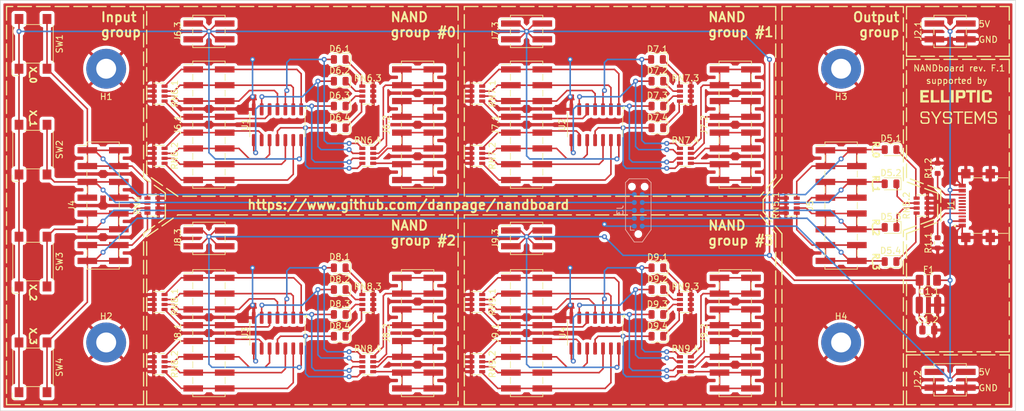
<source format=kicad_pcb>
(kicad_pcb (version 20240108) (generator "pcbnew") (generator_version "8.0")
  (layers (0 "F.Cu" signal) (31 "B.Cu" signal) (34 "B.Paste" user) (35 "F.Paste" user) (36 "B.SilkS" user "B.Silkscreen") (37 "F.SilkS" user "F.Silkscreen") (38 "B.Mask" user) (39 "F.Mask" user) (44 "Edge.Cuts" user))
  (net 0 "")
  (net 1 "EXT_5V")
  (net 2 "EXT_X0")
  (net 3 "EXT_X1")
  (net 4 "EXT_X2")
  (net 5 "EXT_X3")
  (net 6 "EXT_R3")
  (net 7 "EXT_R2")
  (net 8 "EXT_R1")
  (net 9 "EXT_R0")
  (net 10 "+5V")
  (net 12 "Net-(J1-CC2)")
  (net 15 "Net-(J7.1-Pin_1)")
  (net 16 "Net-(J7.1-Pin_3)")
  (net 17 "Net-(J7.1-Pin_5)")
  (net 18 "Net-(J7.1-Pin_7)")
  (net 19 "Net-(J7.1-Pin_10)")
  (net 20 "Net-(J7.1-Pin_11)")
  (net 21 "Net-(J7.1-Pin_13)")
  (net 22 "Net-(J7.1-Pin_15)")
  (net 23 "Net-(J7.2-Pin_1)")
  (net 24 "Net-(J7.2-Pin_5)")
  (net 25 "Net-(J7.2-Pin_10)")
  (net 26 "Net-(J7.2-Pin_13)")
  (net 27 "GND")
  (net 28 "Net-(J1-CC1)")
  (net 32 "Net-(J6.1-Pin_1)")
  (net 33 "Net-(J6.1-Pin_7)")
  (net 34 "Net-(J6.1-Pin_13)")
  (net 35 "Net-(J6.1-Pin_10)")
  (net 36 "Net-(J6.1-Pin_11)")
  (net 37 "Net-(J6.1-Pin_5)")
  (net 38 "Net-(J6.1-Pin_3)")
  (net 39 "Net-(J6.1-Pin_15)")
  (net 40 "Net-(J6.2-Pin_13)")
  (net 41 "Net-(J6.2-Pin_1)")
  (net 42 "Net-(J6.2-Pin_10)")
  (net 43 "Net-(J6.2-Pin_5)")
  (net 44 "Net-(J8.1-Pin_15)")
  (net 45 "Net-(J8.1-Pin_5)")
  (net 46 "Net-(J8.1-Pin_13)")
  (net 47 "Net-(J8.1-Pin_11)")
  (net 48 "Net-(J8.1-Pin_7)")
  (net 49 "Net-(J8.1-Pin_3)")
  (net 50 "Net-(J8.1-Pin_10)")
  (net 51 "Net-(J8.1-Pin_1)")
  (net 52 "Net-(J8.2-Pin_13)")
  (net 53 "Net-(J8.2-Pin_5)")
  (net 54 "Net-(J8.2-Pin_1)")
  (net 55 "Net-(J8.2-Pin_10)")
  (net 56 "Net-(J9.1-Pin_3)")
  (net 57 "Net-(J9.1-Pin_11)")
  (net 58 "Net-(J9.1-Pin_1)")
  (net 59 "Net-(J9.1-Pin_13)")
  (net 60 "Net-(J9.1-Pin_10)")
  (net 61 "Net-(J9.1-Pin_15)")
  (net 62 "Net-(J9.1-Pin_7)")
  (net 63 "Net-(J9.1-Pin_5)")
  (net 64 "Net-(J9.2-Pin_13)")
  (net 65 "Net-(J9.2-Pin_10)")
  (net 66 "Net-(J9.2-Pin_1)")
  (net 67 "Net-(J9.2-Pin_5)")
  (net 68 "Net-(D8.1-A)")
  (net 69 "Net-(D8.1-K)")
  (net 70 "Net-(D6.1-K)")
  (net 71 "Net-(D6.1-A)")
  (net 72 "Net-(D6.2-K)")
  (net 73 "Net-(D6.2-A)")
  (net 74 "Net-(D6.3-K)")
  (net 75 "Net-(D6.3-A)")
  (net 76 "Net-(D6.4-K)")
  (net 77 "Net-(D6.4-A)")
  (net 78 "Net-(D7.1-A)")
  (net 79 "Net-(D7.1-K)")
  (net 80 "Net-(D7.2-K)")
  (net 81 "Net-(D7.2-A)")
  (net 82 "Net-(D7.3-A)")
  (net 83 "Net-(D7.3-K)")
  (net 84 "Net-(D7.4-A)")
  (net 85 "Net-(D7.4-K)")
  (net 86 "Net-(D8.2-A)")
  (net 87 "Net-(D8.2-K)")
  (net 88 "Net-(D8.3-A)")
  (net 89 "Net-(D8.3-K)")
  (net 90 "Net-(D8.4-K)")
  (net 91 "Net-(D8.4-A)")
  (net 92 "Net-(D9.1-K)")
  (net 93 "Net-(D9.1-A)")
  (net 94 "Net-(D9.2-A)")
  (net 95 "Net-(D9.2-K)")
  (net 96 "Net-(D9.3-A)")
  (net 97 "Net-(D9.3-K)")
  (net 98 "Net-(D9.4-K)")
  (net 99 "Net-(D9.4-A)")
  (net 100 "Net-(D5.1-K)")
  (net 101 "Net-(D5.2-K)")
  (net 102 "Net-(D5.3-K)")
  (net 103 "Net-(D5.4-K)")
  (footprint "Connector_PinHeader_2.54mm:PinHeader_2x08_P2.54mm_Vertical_SMD" (layer "F.Cu") (at 155 53)
    (property "Reference" "J5")
    (property "Value" "Conn_02x08_Odd_Even" (hide yes))
  )
  (footprint "RN-1206-Convex-LongSideTerminals:RN-1206-Convex-LongSideTerminals" (layer "F.Cu") (at 130 35)
    (property "Reference" "RN7.3")
    (property "Value" "560 ohm")
  )
  (footprint "MountingHole:MountingHole_3.2mm_M3_Pad" (layer "F.Cu") (at 155 31)
    (property "Reference" "H3")
    (property "Value" "MountingHole_Pad" (hide yes))
  )
  (footprint "Connector_PinHeader_2.54mm:PinHeader_2x08_P2.54mm_Vertical_SMD" (layer "F.Cu") (at 53.5 73.5)
    (property "Reference" "J8.1")
    (property "Value" "Conn_02x08_Odd_Even" (hide yes))
  )
  (footprint "LED_SMD:LED_0805_2012Metric" (layer "F.Cu") (at 74.5 66.5 180)
    (property "Reference" "D8.2")
    (property "Value" "APT2012SGC" (hide yes))
  )
  (footprint "Package_SO:SOIC-14_3.9x8.7mm_P1.27mm" (layer "F.Cu") (at 64.5 40 -90)
    (property "Reference" "U1")
    (property "Value" "7400" (hide yes))
  )
  (footprint "RN-1206-Convex-LongSideTerminals:RN-1206-Convex-LongSideTerminals" (layer "F.Cu") (at 79 68.5)
    (property "Reference" "RN8.3")
    (property "Value" "560 ohm")
  )
  (footprint "LED_SMD:LED_0805_2012Metric" (layer "F.Cu") (at 125.5 70.5 180)
    (property "Reference" "D9.3")
    (property "Value" "APT2012SGC" (hide yes))
  )
  (footprint "Button_Switch_SMD:SW_SPST_Omron_B3FS-101xP" (layer "F.Cu") (at 25.25 27 90)
    (property "Reference" "SW1")
    (property "Value" "B3FS-1010" (hide yes))
  )
  (footprint "LED_SMD:LED_0805_2012Metric" (layer "F.Cu") (at 74.5 33 180)
    (property "Reference" "D6.2")
    (property "Value" "APT2012SGC" (hide yes))
  )
  (footprint "LED_SMD:LED_0805_2012Metric" (layer "F.Cu") (at 74.5 63 180)
    (property "Reference" "D8.1")
    (property "Value" "APT2012SGC" (hide yes))
  )
  (footprint "Connector_PinHeader_2.54mm:PinHeader_2x08_P2.54mm_Vertical_SMD" (layer "F.Cu") (at 104.5 40)
    (property "Reference" "J7.1")
    (property "Value" "Conn_02x08_Odd_Even" (hide yes))
  )
  (footprint "Package_SO:SOIC-14_3.9x8.7mm_P1.27mm" (layer "F.Cu") (at 115.5 40 -90)
    (property "Reference" "U2")
    (property "Value" "7400" (hide yes))
  )
  (footprint "LED_SMD:LED_0805_2012Metric" (layer "F.Cu") (at 125.5 66.5 180)
    (property "Reference" "D9.2")
    (property "Value" "APT2012SGC" (hide yes))
  )
  (footprint "RN-1206-Convex-LongSideTerminals:RN-1206-Convex-LongSideTerminals" (layer "F.Cu") (at 44.5 53)
    (property "Reference" "RN4")
    (property "Value" "10k ohm")
  )
  (footprint "MountingHole:MountingHole_3.2mm_M3_Pad" (layer "F.Cu") (at 37 31)
    (property "Reference" "H1")
    (property "Value" "MountingHole_Pad" (hide yes))
  )
  (footprint "Connector_PinHeader_2.54mm:PinHeader_2x08_P2.54mm_Vertical_SMD" (layer "F.Cu") (at 36.5 53)
    (property "Reference" "J4")
    (property "Value" "Conn_02x08_Odd_Even" (hide yes))
  )
  (footprint "RN-1206-Convex-LongSideTerminals:RN-1206-Convex-LongSideTerminals" (layer "F.Cu") (at 79 45)
    (property "Reference" "RN6.4")
    (property "Value" "1k ohm")
  )
  (footprint "LED_SMD:LED_0805_2012Metric" (layer "F.Cu") (at 162.9375 49.5 180)
    (property "Reference" "D5.2")
    (property "Value" "APT2012SGC" (hide yes))
  )
  (footprint "Package_SO:SOIC-14_3.9x8.7mm_P1.27mm" (layer "F.Cu") (at 115.5 73.5 -90)
    (property "Reference" "U4")
    (property "Value" "7400" (hide yes))
  )
  (footprint "Fuse:Fuse_1206_3216Metric" (layer "F.Cu") (at 169 65 180)
    (property "Reference" "F1")
    (property "Value" "Fuse_Polarized" (hide yes))
  )
  (footprint "Connector_PinHeader_2.54mm:PinHeader_2x08_P2.54mm_Vertical_SMD" (layer "F.Cu") (at 53.5 40)
    (property "Reference" "J6.1")
    (property "Value" "Conn_02x08_Odd_Even" (hide yes))
  )
  (footprint "Connector_PinHeader_2.54mm:PinHeader_2x08_P2.54mm_Vertical_SMD" (layer "F.Cu") (at 87 40)
    (property "Reference" "J6.2")
    (property "Value" "Conn_02x08_Odd_Even" (hide yes))
  )
  (footprint "Resistor_SMD:R_0603_1608Metric" (layer "F.Cu") (at 170.5 47 90)
    (property "Reference" "R1.2")
    (property "Value" "5.1k ohm")
  )
  (footprint "Connector_PinHeader_2.54mm:PinHeader_2x08_P2.54mm_Vertical_SMD" (layer "F.Cu") (at 138 73.5)
    (property "Reference" "J9.2")
    (property "Value" "Conn_02x08_Odd_Even" (hide yes))
  )
  (footprint "LED_SMD:LED_0805_2012Metric" (layer "F.Cu") (at 125.5 37 180)
    (property "Reference" "D7.3")
    (property "Value" "APT2012SGC" (hide yes))
  )
  (footprint "RN-1206-Convex-LongSideTerminals:RN-1206-Convex-LongSideTerminals" (layer "F.Cu") (at 130 45)
    (property "Reference" "RN7.4")
    (property "Value" "1k ohm")
  )
  (footprint "Connector_PinHeader_2.54mm:PinHeader_2x08_P2.54mm_Vertical_SMD" (layer "F.Cu") (at 104.5 73.5)
    (property "Reference" "J9.1")
    (property "Value" "Conn_02x08_Odd_Even" (hide yes))
  )
  (footprint "LED_SMD:LED_0805_2012Metric" (layer "F.Cu") (at 74.5 40.5 180)
    (property "Reference" "D6.4")
    (property "Value" "APT2012SGC" (hide yes))
  )
  (footprint "LED_SMD:LED_0805_2012Metric" (layer "F.Cu") (at 74.5 29.5 180)
    (property "Reference" "D6.1")
    (property "Value" "APT2012SGC" (hide yes))
  )
  (footprint "LED_SMD:LED_0805_2012Metric" (layer "F.Cu") (at 162.9375 62 180)
    (property "Reference" "D5.4")
    (property "Value" "APT2012SGC" (hide yes))
  )
  (footprint "RN-1206-Convex-LongSideTerminals:RN-1206-Convex-LongSideTerminals" (layer "F.Cu") (at 130 68.5)
    (property "Reference" "RN9.3")
    (property "Value" "560 ohm")
  )
  (footprint "Connector_PinHeader_2.54mm:PinHeader_2x02_P2.54mm_Vertical_SMD" (layer "F.Cu") (at 104.5 25)
    (property "Reference" "J7.3")
    (property "Value" "Conn_02x02_Odd_Even" (hide yes))
  )
  (footprint "Connector_PinHeader_2.54mm:PinHeader_2x08_P2.54mm_Vertical_SMD" (layer "F.Cu") (at 138 40)
    (property "Reference" "J7.2")
    (property "Value" "Conn_02x08_Odd_Even" (hide yes))
  )
  (footprint "RN-1206-Convex-LongSideTerminals:RN-1206-Convex-LongSideTerminals" (layer "F.Cu") (at 168 53)
    (property "Reference" "RN5.2")
    (property "Value" "560 ohm")
  )
  (footprint "Connector_PinHeader_2.54mm:PinHeader_2x02_P2.54mm_Vertical_SMD" (layer "F.Cu") (at 172.5 25)
    (property "Reference" "J2.1")
    (property "Value" "Conn_02x02_Counter_Clockwise" (hide yes))
  )
  (footprint "Button_Switch_SMD:SW_SPST_Omron_B3FS-101xP" (layer "F.Cu") (at 25.25 62 90)
    (property "Reference" "SW3")
    (property "Value" "B3FS-1010" (hide yes))
  )
  (footprint "LED_SMD:LED_0805_2012Metric" (layer "F.Cu") (at 74.5 74 180)
    (property "Reference" "D8.4")
    (property "Value" "APT2012SGC" (hide yes))
  )
  (footprint "RN-1206-Convex-LongSideTerminals:RN-1206-Convex-LongSideTerminals" (layer "F.Cu") (at 45.5 78.5)
    (property "Reference" "RN8.2")
    (property "Value" "10k ohm")
  )
  (footprint "MountingHole:MountingHole_3.2mm_M3_Pad" (layer "F.Cu") (at 155 75)
    (property "Reference" "H4")
    (property "Value" "MountingHole_Pad" (hide yes))
  )
  (footprint "LED_SMD:LED_0805_2012Metric" (layer "F.Cu") (at 74.5 37 180)
    (property "Reference" "D6.3")
    (property "Value" "APT2012SGC" (hide yes))
  )
  (footprint "Button_Switch_SMD:SW_SPST_Omron_B3FS-101xP" (layer "F.Cu") (at 25.25 44 90)
    (property "Reference" "SW2")
    (property "Value" "B3FS-1010" (hide yes))
  )
  (footprint "LED_SMD:LED_0805_2012Metric" (layer "F.Cu") (at 162.9375 44 180)
    (property "Reference" "D5.1")
    (property "Value" "APT2012SGC" (hide yes))
  )
  (footprint "MountingHole:MountingHole_3.2mm_M3_Pad" (layer "F.Cu") (at 37 75)
    (property "Reference" "H2")
    (property "Value" "MountingHole_Pad" (hide yes))
  )
  (footprint "RN-1206-Convex-LongSideTerminals:RN-1206-Convex-LongSideTerminals" (layer "F.Cu") (at 130 78.5)
    (property "Reference" "RN9.4")
    (property "Value" "1k ohm")
  )
  (footprint "LED_SMD:LED_0805_2012Metric" (layer "F.Cu") (at 162.9375 56.5 180)
    (property "Reference" "D5.3")
    (property "Value" "APT2012SGC" (hide yes))
  )
  (footprint "RN-1206-Convex-LongSideTerminals:RN-1206-Convex-LongSideTerminals" (layer "F.Cu") (at 96.5 78.5)
    (property "Reference" "RN9.2")
    (property "Value" "10k ohm")
  )
  (footprint "RN-1206-Convex-LongSideTerminals:RN-1206-Convex-LongSideTerminals" (layer "F.Cu") (at 45.5 68.5)
    (property "Reference" "RN8.1")
    (property "Value" "10k ohm")
  )
  (footprint "LED_SMD:LED_0805_2012Metric" (layer "F.Cu") (at 125.5 40.5 180)
    (property "Reference" "D7.4")
    (property "Value" "APT2012SGC" (hide yes))
  )
  (footprint "LED_SMD:LED_0805_2012Metric" (layer "F.Cu") (at 125.5 63 180)
    (property "Reference" "D9.1")
    (property "Value" "APT2012SGC" (hide yes))
  )
  (footprint "RN-1206-Convex-LongSideTerminals:RN-1206-Convex-LongSideTerminals" (layer "F.Cu") (at 96.5 35)
    (property "Reference" "RN7.1")
    (property "Value" "10k ohm")
  )
  (footprint "RN-1206-Convex-LongSideTerminals:RN-1206-Convex-LongSideTerminals" (layer "F.Cu") (at 96.5 68.5)
    (property "Reference" "RN9.1")
    (property "Value" "10k ohm")
  )
  (footprint "LED_SMD:LED_0805_2012Metric" (layer "F.Cu") (at 125.4375 29.5 180)
    (property "Reference" "D7.1")
    (property "Value" "APT2012SGC" (hide yes))
  )
  (footprint "LED_SMD:LED_0805_2012Metric" (layer "F.Cu") (at 125.5 74 180)
    (property "Reference" "D9.4")
    (property "Value" "APT2012SGC" (hide yes))
  )
  (footprint "Connector_PinHeader_2.54mm:PinHeader_2x02_P2.54mm_Vertical_SMD" (layer "F.Cu") (at 53.5 58.27)
    (property "Reference" "J8.3")
    (property "Value" "Conn_02x02_Odd_Even" (hide yes))
  )
  (footprint "Resistor_SMD:R_0603_1608Metric" (layer "F.Cu") (at 170.5 59 90)
    (property "Reference" "R1.1")
    (property "Value" "5.1k ohm")
  )
  (footprint "Package_SO:SOIC-14_3.9x8.7mm_P1.27mm" (layer "F.Cu") (at 64.5 73.5 -90)
    (property "Reference" "U3")
    (property "Value" "7400" (hide yes))
  )
  (footprint "RN-1206-Convex-LongSideTerminals:RN-1206-Convex-LongSideTerminals" (layer "F.Cu") (at 45.5 35)
    (property "Reference" "RN6.1")
    (property "Value" "10k ohm")
  )
  (footprint "LED_SMD:LED_0805_2012Metric" (layer "F.Cu") (at 125.5 33 180)
    (property "Reference" "D7.2")
    (property "Value" "APT2012SGC" (hide yes))
  )
  (footprint "RN-1206-Convex-LongSideTerminals:RN-1206-Convex-LongSideTerminals" (layer "F.Cu") (at 45.5 45)
    (property "Reference" "RN6.2")
    (property "Value" "10k ohm")
  )
  (footprint "RN-1206-Convex-LongSideTerminals:RN-1206-Convex-LongSideTerminals" (layer "F.Cu") (at 79 35)
    (property "Reference" "RN6.3")
    (property "Value" "560 ohm")
  )
  (footprint "Connector_PinHeader_2.54mm:PinHeader_2x02_P2.54mm_Vertical_SMD" (layer "F.Cu") (at 53.5 25)
    (property "Reference" "J6.3")
    (property "Value" "Conn_02x02_Odd_Even" (hide yes))
  )
  (footprint "Connector_PinHeader_2.54mm:PinHeader_2x08_P2.54mm_Vertical_SMD" (layer "F.Cu") (at 87 73.5)
    (property "Reference" "J8.2")
    (property "Value" "Conn_02x08_Odd_Even" (hide yes))
  )
  (footprint "RN-1206-Convex-LongSideTerminals:RN-1206-Convex-LongSideTerminals" (layer "F.Cu") (at 147 53)
    (property "Reference" "RN5.1")
    (property "Value" "10k ohm")
  )
  (footprint "Button_Switch_SMD:SW_SPST_Omron_B3FS-101xP" (layer "F.Cu") (at 25.25 79 90)
    (property "Reference" "SW4")
    (property "Value" "B3FS-1010" (hide yes))
  )
  (footprint "Connector_PinHeader_2.54mm:PinHeader_2x02_P2.54mm_Vertical_SMD" (layer "F.Cu") (at 104.5 58.27)
    (property "Reference" "J9.3")
    (property "Value" "Conn_02x02_Odd_Even" (hide yes))
  )
  (footprint "Capacitor_SMD:C_1210_3225Metric" (layer "F.Cu") (at 169.025 69)
    (property "Reference" "C1.1")
    (property "Value" "100 uF" (hide yes))
  )
  (footprint "LED_SMD:LED_0805_2012Metric" (layer "F.Cu") (at 74.5 70.5 180)
    (property "Reference" "D8.3")
    (property "Value" "APT2012SGC" (hide yes))
  )
  (footprint "Capacitor_SMD:C_0805_2012Metric" (layer "F.Cu") (at 169 73)
    (property "Reference" "C1.2")
    (property "Value" "0.1 uF" (hide yes))
  )
  (footprint "Connector_PinHeader_2.54mm:PinHeader_2x02_P2.54mm_Vertical_SMD" (layer "F.Cu") (at 172.5 81)
    (property "Reference" "J2.2")
    (property "Value" "Conn_02x02_Counter_Clockwise" (hide yes))
  )
  (footprint "RN-1206-Convex-LongSideTerminals:RN-1206-Convex-LongSideTerminals" (layer "F.Cu") (at 79 78.5)
    (property "Reference" "RN8.4")
    (property "Value" "1k ohm")
  )
  (footprint "RN-1206-Convex-LongSideTerminals:RN-1206-Convex-LongSideTerminals" (layer "F.Cu") (at 96.5 45)
    (property "Reference" "RN7.2")
    (property "Value" "10k ohm")
  )
  (footprint "GSB1C41110SSHR:AMPHENOL_GSB1C41110SSHR" (layer "F.Cu") (at 178.125 53 90)
    (property "Reference" "J1")
    (property "Value" "USB_C_Receptacle_USB2.0" (hide yes))
  )
  (footprint "Connector:Tag-Connect_TC2050-IDC-NL_2x05_P1.27mm_Vertical" (layer "B.Cu") (at 122.434 53.77 90)
    (property "Reference" "J3")
    (property "Value" "Conn_02x05_Counter_Clockwise" (hide yes))
  )
  (gr_poly (pts (xy 174.533121 34.431818) (xy 174.557509 34.433382) (xy 174.581343 34.435968) (xy 174.604607 34.43956) (xy 174.627283 34.444139) (xy 174.649355 34.44969) (xy 174.670806 34.456195) (xy 174.691619 34.463639) (xy 174.711779 34.472003) (xy 174.731268 34.481271) (xy 174.75007 34.491426) (xy 174.768167 34.502452) (xy 174.785545 34.514331) (xy 174.802184 34.527046) (xy 174.81807 34.540582) (xy 174.833186 34.55492) (xy 174.847514 34.570044) (xy 174.861039 34.585937) (xy 174.873743 34.602583) (xy 174.88561 34.619964) (xy 174.896623 34.638064) (xy 174.906766 34.656865) (xy 174.916022 34.676351) (xy 174.924374 34.696505) (xy 174.931806 34.71731) (xy 174.938301 34.73875) (xy 174.943842 34.760807) (xy 174.948414 34.783464) (xy 174.951998 34.806705) (xy 174.954579 34.830513) (xy 174.956139 34.854871) (xy 174.956663 34.879762) (xy 174.956663 35.317118) (xy 174.956174 35.342044) (xy 174.954644 35.366433) (xy 174.95209 35.390267) (xy 174.948528 35.41353) (xy 174.943975 35.436206) (xy 174.938449 35.458278) (xy 174.931965 35.479729) (xy 174.924542 35.500543) (xy 174.916195 35.520703) (xy 174.906942 35.540192) (xy 174.8968 35.558993) (xy 174.885785 35.577091) (xy 174.873914 35.594468) (xy 174.861204 35.611108) (xy 174.847672 35.626994) (xy 174.833335 35.642109) (xy 174.81821 35.656438) (xy 174.802313 35.669962) (xy 174.785661 35.682666) (xy 174.768272 35.694533) (xy 174.750162 35.705547) (xy 174.731348 35.71569) (xy 174.711847 35.724945) (xy 174.691675 35.733298) (xy 174.67085 35.74073) (xy 174.649389 35.747225) (xy 174.627307 35.752766) (xy 174.604623 35.757337) (xy 174.581353 35.760922) (xy 174.557513 35.763502) (xy 174.533122 35.765063) (xy 174.508195 35.765587) (xy 173.862479 35.765587) (xy 173.862479 36.431543) (xy 173.419566 36.431543) (xy 173.419566 35.380222) (xy 173.862479 35.380222) (xy 174.428423 35.380222) (xy 174.433697 35.380138) (xy 174.438804 35.379887) (xy 174.443743 35.379468) (xy 174.448515 35.378882) (xy 174.453119 35.378129) (xy 174.457556 35.377208) (xy 174.461826 35.37612) (xy 174.465928 35.374864) (xy 174.469862 35.373441) (xy 174.47363 35.37185) (xy 174.477229 35.370092) (xy 174.480662 35.368167) (xy 174.483927 35.366074) (xy 174.487024 35.363813) (xy 174.489954 35.361386) (xy 174.492717 35.35879) (xy 174.495312 35.356028) (xy 174.49774 35.353098) (xy 174.5 35.35) (xy 174.502093 35.346735) (xy 174.504019 35.343303) (xy 174.505777 35.339703) (xy 174.507367 35.335936) (xy 174.508791 35.332001) (xy 174.510046 35.327899) (xy 174.511135 35.32363) (xy 174.512055 35.319193) (xy 174.512809 35.314588) (xy 174.513395 35.309817) (xy 174.513814 35.304877) (xy 174.514065 35.299771) (xy 174.514148 35.294497) (xy 174.514148 34.902781) (xy 174.514065 34.897507) (xy 174.513814 34.8924) (xy 174.513395 34.887461) (xy 174.512809 34.882689) (xy 174.512055 34.878085) (xy 174.511135 34.873648) (xy 174.510046 34.869378) (xy 174.508791 34.865276) (xy 174.507367 34.861342) (xy 174.505777 34.857574) (xy 174.504019 34.853975) (xy 174.502093 34.850542) (xy 174.5 34.847277) (xy 174.49774 34.84418) (xy 174.495312 34.84125) (xy 174.492717 34.838487) (xy 174.489954 34.835892) (xy 174.487024 34.833464) (xy 174.483927 34.831204) (xy 174.480662 34.829111) (xy 174.477229 34.827186) (xy 174.47363 34.825428) (xy 174.469862 34.823837) (xy 174.465928 34.822414) (xy 174.461826 34.821158) (xy 174.457556 34.82007) (xy 174.453119 34.819149) (xy 174.448515 34.818395) (xy 174.443743 34.817809) (xy 174.438804 34.817391) (xy 174.433697 34.81714) (xy 174.428423 34.817056) (xy 173.862479 34.817056) (xy 173.862479 35.380222) (xy 173.419566 35.380222) (xy 173.419566 34.431293) (xy 174.508195 34.431293)) (stroke (width -0.000001)) (fill solid) (layer "F.SilkS"))
  (gr_poly (pts (xy 174.625273 38.065478) (xy 173.936695 38.065478) (xy 173.936695 39.860146) (xy 173.699364 39.860146) (xy 173.699364 38.065478) (xy 173.010786 38.065478) (xy 173.010786 37.859896) (xy 174.625273 37.859896)) (stroke (width -0.000001)) (fill solid) (layer "F.SilkS"))
  (gr_rect (start 165.5 21) (end 182 29) (stroke (width 0.2) (type dash)) (fill none) (layer "F.SilkS"))
  (gr_poly (pts (xy 94.5 21) (xy 144.5 21) (xy 144.5 48.5) (xy 142 51.5) (xy 94.5 51.5)) (stroke (width 0.2) (type dash)) (fill none) (layer "F.SilkS"))
  (gr_poly (pts (xy 170.276317 38.857243) (xy 170.864883 37.859896) (xy 171.133567 37.859896) (xy 170.390617 39.094574) (xy 170.390617 39.860543) (xy 170.156461 39.860543) (xy 170.156461 39.094574) (xy 169.413114 37.859896) (xy 169.693308 37.859896)) (stroke (width -0.000001)) (fill solid) (layer "F.SilkS"))
  (gr_poly (pts (xy 173.076667 36.431543) (xy 172.633754 36.431543) (xy 172.633754 34.431293) (xy 173.076667 34.431293)) (stroke (width -0.000001)) (fill solid) (layer "F.SilkS"))
  (gr_poly (pts (xy 176.645367 34.817056) (xy 176.065136 34.817056) (xy 176.065136 36.431543) (xy 175.622223 36.431543) (xy 175.622223 34.817056) (xy 175.041992 34.817056) (xy 175.041992 34.431293) (xy 176.645367 34.431293)) (stroke (width -0.000001)) (fill solid) (layer "F.SilkS"))
  (gr_poly (pts (xy 177.291082 39.043378) (xy 177.92251 37.860294) (xy 178.151111 37.860294) (xy 178.151111 39.860544) (xy 177.916955 39.860544) (xy 177.916955 38.326567) (xy 177.291479 39.494625) (xy 176.668386 38.325828) (xy 176.668386 39.860544) (xy 176.431054 39.860544) (xy 176.431054 37.860294) (xy 176.659654 37.860294)) (stroke (width -0.000001)) (fill solid) (layer "F.SilkS"))
  (gr_poly (pts (xy 179.612197 37.860388) (xy 179.635299 37.861854) (xy 179.657882 37.864278) (xy 179.679931 37.867646) (xy 179.701429 37.871945) (xy 179.72236 37.877158) (xy 179.742707 37.883271) (xy 179.762455 37.89027) (xy 179.781588 37.89814) (xy 179.800088 37.906866) (xy 179.817941 37.916433) (xy 179.835129 37.926827) (xy 179.851637 37.938034) (xy 179.867448 37.950038) (xy 179.882546 37.962824) (xy 179.896915 37.976379) (xy 179.910539 37.990688) (xy 179.923402 38.005735) (xy 179.935486 38.021506) (xy 179.946777 38.037986) (xy 179.957257 38.055162) (xy 179.966912 38.073017) (xy 179.975723 38.091538) (xy 179.983676 38.110709) (xy 179.990754 38.130516) (xy 179.996941 38.150945) (xy 180.002221 38.171981) (xy 180.006577 38.193608) (xy 180.009993 38.215812) (xy 180.012453 38.23858) (xy 180.013941 38.261895) (xy 180.01444 38.285743) (xy 180.01444 38.459971) (xy 179.777108 38.459971) (xy 179.777108 38.294078) (xy 179.77685 38.281096) (xy 179.77608 38.268423) (xy 179.774805 38.256066) (xy 179.773032 38.244032) (xy 179.770767 38.232327) (xy 179.768017 38.220958) (xy 179.76479 38.209932) (xy 179.761091 38.199256) (xy 179.756927 38.188936) (xy 179.752306 38.178979) (xy 179.747234 38.169392) (xy 179.741717 38.160181) (xy 179.735764 38.151354) (xy 179.729379 38.142917) (xy 179.72257 38.134878) (xy 179.715345 38.127241) (xy 179.707708 38.120016) (xy 179.699669 38.113207) (xy 179.691232 38.106822) (xy 179.682405 38.100869) (xy 179.673194 38.095352) (xy 179.663607 38.09028) (xy 179.65365 38.085659) (xy 179.64333 38.081495) (xy 179.632654 38.077796) (xy 179.621628 38.074569) (xy 179.610259 38.071819) (xy 179.598554 38.069554) (xy 179.58652 38.067781) (xy 179.574163 38.066506) (xy 179.56149 38.065736) (xy 179.548508 38.065478) (xy 179.017092 38.065478) (xy 179.004111 38.065736) (xy 178.991438 38.066506) (xy 178.979081 38.067781) (xy 178.967046 38.069554) (xy 178.955341 38.071819) (xy 178.943973 38.074569) (xy 178.932946 38.077796) (xy 178.92227 38.081495) (xy 178.91195 38.085659) (xy 178.901993 38.09028) (xy 178.892406 38.095352) (xy 178.883196 38.100869) (xy 178.874369 38.106822) (xy 178.865932 38.113207) (xy 178.857892 38.120016) (xy 178.850256 38.127241) (xy 178.84303 38.134878) (xy 178.836221 38.142917) (xy 178.829837 38.151354) (xy 178.823883 38.160181) (xy 178.818366 38.169392) (xy 178.813294 38.178979) (xy 178.808673 38.188936) (xy 178.80451 38.199256) (xy 178.800811 38.209932) (xy 178.797583 38.220958) (xy 178.794833 38.232327) (xy 178.792569 38.244032) (xy 178.790795 38.256066) (xy 178.78952 38.268423) (xy 178.78875 38.281096) (xy 178.788492 38.294078) (xy 178.788492 38.525456) (xy 178.78875 38.538438) (xy 178.78952 38.55111) (xy 178.790795 38.563467) (xy 178.792569 38.575502) (xy 178.794833 38.587207) (xy 178.797583 38.598575) (xy 178.800811 38.609601) (xy 178.80451 38.620278) (xy 178.808673 38.630598) (xy 178.813294 38.640555) (xy 178.818366 38.650142) (xy 178.823883 38.659352) (xy 178.829837 38.668179) (xy 178.836221 38.676616) (xy 178.84303 38.684656) (xy 178.850256 38.692292) (xy 178.857892 38.699518) (xy 178.865932 38.706327) (xy 178.874369 38.712711) (xy 178.883196 38.718665) (xy 178.892406 38.724182) (xy 178.901993 38.729254) (xy 178.91195 38.733875) (xy 178.92227 38.738038) (xy 178.932946 38.741737) (xy 178.943973 38.744965) (xy 178.955341 38.747715) (xy 178.967046 38.74998) (xy 178.979081 38.751753) (xy 178.991438 38.753028) (xy 179.004111 38.753798) (xy 179.017092 38.754056) (xy 179.588592 38.754056) (xy 179.612196 38.754592) (xy 179.635298 38.756113) (xy 179.657881 38.758605) (xy 179.67993 38.762051) (xy 179.701428 38.766434) (xy 179.722358 38.771739) (xy 179.742706 38.77795) (xy 179.762454 38.785049) (xy 179.781587 38.793022) (xy 179.800087 38.801852) (xy 179.81794 38.811523) (xy 179.835128 38.822019) (xy 179.851636 38.833324) (xy 179.867447 38.845421) (xy 179.882545 38.858294) (xy 179.896914 38.871928) (xy 179.910538 38.886306) (xy 179.9234 38.901411) (xy 179.935485 38.917229) (xy 179.946776 38.933743) (xy 179.957256 38.950936) (xy 179.966911 38.968792) (xy 179.975722 38.987296) (xy 179.983675 39.006431) (xy 179.990753 39.026181) (xy 179.99694 39.04653) (xy 180.002219 39.067462) (xy 180.006575 39.088961) (xy 180.009992 39.11101) (xy 180.012452 39.133593) (xy 180.01394 39.156695) (xy 180.014439 39.180299) (xy 180.014439 39.434696) (xy 180.01394 39.4583) (xy 180.012452 39.481402) (xy 180.009992 39.503985) (xy 180.006575 39.526034) (xy 180.002219 39.547532) (xy 179.99694 39.568463) (xy 179.990753 39.58881) (xy 179.983675 39.608559) (xy 179.975722 39.627691) (xy 179.966911 39.646192) (xy 179.957256 39.664044) (xy 179.946776 39.681232) (xy 179.935485 39.69774) (xy 179.9234 39.713551) (xy 179.910538 39.728649) (xy 179.896914 39.743019) (xy 179.882545 39.756642) (xy 179.867447 39.769505) (xy 179.851636 39.781589) (xy 179.835128 39.79288) (xy 179.81794 39.80336) (xy 179.800087 39.813014) (xy 179.781587 39.821826) (xy 179.762454 39.829779) (xy 179.742706 39.836857) (xy 179.722358 39.843044) (xy 179.701428 39.848323) (xy 179.67993 39.852679) (xy 179.657881 39.856095) (xy 179.635298 39.858555) (xy 179.612196 39.860043) (xy 179.588592 39.860543) (xy 178.977007 39.860543) (xy 178.953403 39.860043) (xy 178.930301 39.858555) (xy 178.907718 39.856095) (xy 178.885669 39.852679) (xy 178.864172 39.848323) (xy 178.843241 39.843044) (xy 178.822893 39.836857) (xy 178.803145 39.829779) (xy 178.784013 39.821826) (xy 178.765512 39.813014) (xy 178.747659 39.80336) (xy 178.730471 39.79288) (xy 178.713963 39.781589) (xy 178.698152 39.769504) (xy 178.683054 39.756642) (xy 178.668685 39.743018) (xy 178.655061 39.728649) (xy 178.642199 39.713551) (xy 178.630114 39.69774) (xy 178.618823 39.681232) (xy 178.608343 39.664044) (xy 178.598689 39.646191) (xy 178.589877 39.627691) (xy 178.581924 39.608558) (xy 178.574846 39.58881) (xy 178.568659 39.568463) (xy 178.56338 39.547532) (xy 178.559024 39.526034) (xy 178.555608 39.503985) (xy 178.553148 39.481402) (xy 178.55166 39.4583) (xy 178.55116 39.434696) (xy 178.55116 39.260468) (xy 178.788492 39.260468) (xy 178.788492 39.423187) (xy 178.78875 39.436421) (xy 178.78952 39.449331) (xy 178.790795 39.461909) (xy 178.792569 39.47415) (xy 178.794833 39.486047) (xy 178.797583 39.497595) (xy 178.800811 39.508786) (xy 178.80451 39.519615) (xy 178.808673 39.530076) (xy 178.813294 39.540162) (xy 178.818366 39.549866) (xy 178.823883 39.559184) (xy 178.829837 39.568107) (xy 178.836221 39.576631) (xy 178.84303 39.584749) (xy 178.850256 39.592454) (xy 178.857892 39.599741) (xy 178.865932 39.606603) (xy 178.874369 39.613034) (xy 178.883196 39.619028) (xy 178.892406 39.624578) (xy 178.901993 39.629678) (xy 178.91195 39.634322) (xy 178.92227 39.638504) (xy 178.932946 39.642218) (xy 178.943973 39.645456) (xy 178.955341 39.648213) (xy 178.967046 39.650483) (xy 178.979081 39.65226) (xy 178.991438 39.653537) (xy 179.004111 39.654307) (xy 179.017092 39.654565) (xy 179.548508 39.654565) (xy 179.56149 39.654307) (xy 179.574163 39.653537) (xy 179.58652 39.65226) (xy 179.598554 39.650483) (xy 179.610259 39.648213) (xy 179.621628 39.645456) (xy 179.632654 39.642218) (xy 179.64333 39.638504) (xy 179.65365 39.634322) (xy 179.663607 39.629678) (xy 179.673194 39.624578) (xy 179.682405 39.619028) (xy 179.691232 39.613034) (xy 179.699669 39.606603) (xy 179.707708 39.599741) (xy 179.715345 39.592454) (xy 179.72257 39.584749) (xy 179.729379 39.576631) (xy 179.735764 39.568107) (xy 179.741717 39.559184) (xy 179.747234 39.549866) (xy 179.752306 39.540162) (xy 179.756927 39.530076) (xy 179.761091 39.519615) (xy 179.76479 39.508786) (xy 179.768017 39.497595) (xy 179.770767 39.486047) (xy 179.773032 39.47415) (xy 179.774805 39.461909) (xy 179.77608 39.449331) (xy 179.77685 39.436421) (xy 179.777108 39.423187) (xy 179.777108 39.191809) (xy 179.77685 39.178819) (xy 179.77608 39.166123) (xy 179.774805 39.153729) (xy 179.773032 39.141644) (xy 179.770767 39.129876) (xy 179.768017 39.118433) (xy 179.76479 39.107323) (xy 179.761091 39.096553) (xy 179.756927 39.086131) (xy 179.752306 39.076066) (xy 179.747234 39.066364) (xy 179.741717 39.057034) (xy 179.735764 39.048083) (xy 179.729379 39.039519) (xy 179.72257 39.03135) (xy 179.715345 39.023584) (xy 179.707708 39.016228) (xy 179.699669 39.00929) (xy 179.691232 39.002779) (xy 179.682405 38.996701) (xy 179.673194 38.991064) (xy 179.663607 38.985877) (xy 179.65365 38.981148) (xy 179.64333 38.976883) (xy 179.632654 38.97309) (xy 179.621628 38.969778) (xy 179.610259 38.966954) (xy 179.598554 38.964627) (xy 179.58652 38.962803) (xy 179.574163 38.96149) (xy 179.56149 38.960697) (xy 179.548508 38.960431) (xy 178.977008 38.960431) (xy 178.953404 38.959931) (xy 178.930303 38.958443) (xy 178.907719 38.955983) (xy 178.885671 38.952567) (xy 178.864173 38.948211) (xy 178.843242 38.942932) (xy 178.822894 38.936745) (xy 178.803146 38.929667) (xy 178.784014 38.921714) (xy 178.765513 38.912902) (xy 178.747661 38.903248) (xy 178.730472 38.892767) (xy 178.713964 38.881477) (xy 178.698153 38.869392) (xy 178.683055 38.85653) (xy 178.668686 38.842906) (xy 178.655062 38.828537) (xy 178.6422 38.813439) (xy 178.630115 38.797628) (xy 178.618825 38.78112) (xy 178.608344 38.763932) (xy 178.59869 38.746079) (xy 178.589878 38.727579) (xy 178.581925 38.708446) (xy 178.574847 38.688698) (xy 178.56866 38.668351) (xy 178.563381 38.64742) (xy 178.559025 38.625922) (xy 178.555609 38.603873) (xy 178.553149 38.58129) (xy 178.551661 38.558188) (xy 178.551161 38.534584) (xy 178.551161 38.285743) (xy 178.551661 38.261895) (xy 178.553149 38.23858) (xy 178.555609 38.215812) (xy 178.559025 38.193608) (xy 178.563381 38.17198) (xy 178.56866 38.150945) (xy 178.574847 38.130516) (xy 178.581925 38.110709) (xy 178.589878 38.091538) (xy 178.59869 38.073017) (xy 178.608344 38.055162) (xy 178.618825 38.037986) (xy 178.630115 38.021506) (xy 178.6422 38.005735) (xy 178.655062 37.990688) (xy 178.668686 37.976379) (xy 178.683055 37.962824) (xy 178.698153 37.950038) (xy 178.713964 37.938034) (xy 178.730472 37.926827) (xy 178.747661 37.916433) (xy 178.765513 37.906866) (xy 178.784014 37.89814) (xy 178.803146 37.89027) (xy 178.822894 37.883271) (xy 178.843242 37.877158) (xy 178.864173 37.871945) (xy 178.885671 37.867646) (xy 178.907719 37.864278) (xy 178.930303 37.861854) (xy 178.953404 37.860388) (xy 178.977008 37.859897) (xy 179.588593 37.859897)) (stroke (width -0.000001)) (fill solid) (layer "F.SilkS"))
  (gr_poly (pts (xy 169.101964 34.817056) (xy 168.150258 34.817056) (xy 168.150258 35.23695) (xy 168.959089 35.23695) (xy 168.959089 35.622712) (xy 168.150258 35.622712) (xy 168.150258 36.045781) (xy 169.101964 36.045781) (xy 169.101964 36.431543) (xy 167.707345 36.431543) (xy 167.707345 34.431293) (xy 169.101964 34.431293)) (stroke (width -0.000001)) (fill solid) (layer "F.SilkS"))
  (gr_poly (pts (xy 172.408915 37.860388) (xy 172.432017 37.861854) (xy 172.4546 37.864278) (xy 172.476649 37.867646) (xy 172.498147 37.871945) (xy 172.519078 37.877158) (xy 172.539425 37.883271) (xy 172.559173 37.89027) (xy 172.578306 37.89814) (xy 172.596806 37.906866) (xy 172.614659 37.916433) (xy 172.631847 37.926827) (xy 172.648355 37.938034) (xy 172.664166 37.950038) (xy 172.679264 37.962824) (xy 172.693633 37.976379) (xy 172.707257 37.990688) (xy 172.720119 38.005735) (xy 172.732204 38.021506) (xy 172.743494 38.037986) (xy 172.753975 38.055162) (xy 172.763629 38.073017) (xy 172.772441 38.091538) (xy 172.780394 38.110709) (xy 172.787472 38.130516) (xy 172.793658 38.150945) (xy 172.798938 38.171981) (xy 172.803294 38.193608) (xy 172.80671 38.215812) (xy 172.80917 38.23858) (xy 172.810658 38.261895) (xy 172.811158 38.285743) (xy 172.811158 38.459971) (xy 172.573827 38.459971) (xy 172.573827 38.294078) (xy 172.573569 38.281096) (xy 172.572799 38.268423) (xy 172.571524 38.256066) (xy 172.56975 38.244032) (xy 172.567485 38.232327) (xy 172.564736 38.220958) (xy 172.561508 38.209932) (xy 172.557809 38.199256) (xy 172.553646 38.188936) (xy 172.549024 38.178979) (xy 172.543952 38.169392) (xy 172.538436 38.160181) (xy 172.532482 38.151354) (xy 172.526097 38.142917) (xy 172.519289 38.134878) (xy 172.512063 38.127241) (xy 172.504427 38.120016) (xy 172.496387 38.113207) (xy 172.48795 38.106822) (xy 172.479123 38.100869) (xy 172.469913 38.095352) (xy 172.460326 38.09028) (xy 172.450369 38.085659) (xy 172.440049 38.081495) (xy 172.429373 38.077796) (xy 172.418347 38.074569) (xy 172.406978 38.071819) (xy 172.395273 38.069554) (xy 172.383238 38.067781) (xy 172.370881 38.066506) (xy 172.358209 38.065736) (xy 172.345227 38.065478) (xy 171.813811 38.065478) (xy 171.800829 38.065736) (xy 171.788157 38.066506) (xy 171.7758 38.067781) (xy 171.763765 38.069554) (xy 171.75206 38.071819) (xy 171.740692 38.074569) (xy 171.729666 38.077796) (xy 171.718989 38.081495) (xy 171.708669 38.085659) (xy 171.698712 38.09028) (xy 171.689125 38.095352) (xy 171.679915 38.100869) (xy 171.671088 38.106822) (xy 171.662651 38.113207) (xy 171.654611 38.120016) (xy 171.646975 38.127241) (xy 171.639749 38.134878) (xy 171.632941 38.142917) (xy 171.626556 38.151354) (xy 171.620602 38.160181) (xy 171.615086 38.169392) (xy 171.610013 38.178979) (xy 171.605392 38.188936) (xy 171.601229 38.199256) (xy 171.59753 38.209932) (xy 171.594302 38.220958) (xy 171.591552 38.232327) (xy 171.589288 38.244032) (xy 171.587514 38.256066) (xy 171.586239 38.268423) (xy 171.585469 38.281096) (xy 171.585211 38.294078) (xy 171.585211 38.525456) (xy 171.585469 38.538438) (xy 171.586239 38.55111) (xy 171.587514 38.563467) (xy 171.589288 38.575502) (xy 171.591552 38.587207) (xy 171.594302 38.598575) (xy 171.59753 38.609601) (xy 171.601229 38.620278) (xy 171.605392 38.630598) (xy 171.610013 38.640555) (xy 171.615086 38.650142) (xy 171.620602 38.659352) (xy 171.626556 38.668179) (xy 171.632941 38.676616) (xy 171.639749 38.684656) (xy 171.646975 38.692292) (xy 171.654611 38.699518) (xy 171.662651 38.706327) (xy 171.671088 38.712711) (xy 171.679915 38.718665) (xy 171.689125 38.724182) (xy 171.698712 38.729254) (xy 171.708669 38.733875) (xy 171.718989 38.738038) (xy 171.729666 38.741737) (xy 171.740692 38.744965) (xy 171.75206 38.747715) (xy 171.763765 38.74998) (xy 171.7758 38.751753) (xy 171.788157 38.753028) (xy 171.800829 38.753798) (xy 171.813811 38.754056) (xy 172.385311 38.754056) (xy 172.40888 38.754592) (xy 172.431951 38.756113) (xy 172.454508 38.758605) (xy 172.476535 38.762051) (xy 172.498014 38.766434) (xy 172.51893 38.771739) (xy 172.539266 38.77795) (xy 172.559006 38.785049) (xy 172.578133 38.793022) (xy 172.59663 38.801852) (xy 172.614483 38.811523) (xy 172.631673 38.822019) (xy 172.648184 38.833324) (xy 172.664001 38.845421) (xy 172.679107 38.858294) (xy 172.693484 38.871928) (xy 172.707118 38.886306) (xy 172.719991 38.901411) (xy 172.732087 38.917229) (xy 172.74339 38.933743) (xy 172.753883 38.950936) (xy 172.763549 38.968792) (xy 172.772373 38.987296) (xy 172.780338 39.006431) (xy 172.787427 39.026181) (xy 172.793624 39.04653) (xy 172.798913 39.067462) (xy 172.803278 39.088961) (xy 172.8067 39.11101) (xy 172.809166 39.133593) (xy 172.810657 39.156695) (xy 172.811158 39.180299) (xy 172.811158 39.434696) (xy 172.810658 39.4583) (xy 172.80917 39.481402) (xy 172.80671 39.503985) (xy 172.803294 39.526034) (xy 172.798938 39.547532) (xy 172.793658 39.568463) (xy 172.787472 39.58881) (xy 172.780394 39.608559) (xy 172.772441 39.627691) (xy 172.763629 39.646192) (xy 172.753975 39.664044) (xy 172.743494 39.681232) (xy 172.732204 39.69774) (xy 172.720119 39.713551) (xy 172.707257 39.728649) (xy 172.693633 39.743019) (xy 172.679264 39.756642) (xy 172.664166 39.769505) (xy 172.648355 39.781589) (xy 172.631847 39.79288) (xy 172.614659 39.80336) (xy 172.596806 39.813014) (xy 172.578306 39.821826) (xy 172.559173 39.829779) (xy 172.539425 39.836857) (xy 172.519077 39.843044) (xy 172.498147 39.848323) (xy 172.476649 39.852679) (xy 172.4546 39.856095) (xy 172.432017 39.858555) (xy 172.408915 39.860043) (xy 172.385311 39.860543) (xy 171.773726 39.860543) (xy 171.750122 39.860043) (xy 171.727021 39.858555) (xy 171.704437 39.856095) (xy 171.682389 39.852679) (xy 171.660891 39.848323) (xy 171.63996 39.843044) (xy 171.619612 39.836857) (xy 171.599864 39.829779) (xy 171.580732 39.821826) (xy 171.562231 39.813014) (xy 171.544379 39.80336) (xy 171.52719 39.79288) (xy 171.510683 39.781589) (xy 171.494871 39.769504) (xy 171.479773 39.756642) (xy 171.465404 39.743018) (xy 171.45178 39.728649) (xy 171.438918 39.713551) (xy 171.426834 39.69774) (xy 171.415543 39.681232) (xy 171.405062 39.664044) (xy 171.395408 39.646191) (xy 171.386597 39.627691) (xy 171.378644 39.608558) (xy 171.371566 39.58881) (xy 171.365379 39.568463) (xy 171.3601 39.547532) (xy 171.355744 39.526034) (xy 171.352327 39.503985) (xy 171.349867 39.481402) (xy 171.348379 39.4583) (xy 171.34788 39.434696) (xy 171.34788 39.260468) (xy 171.585211 39.260468) (xy 171.585211 39.423187) (xy 171.585469 39.436421) (xy 171.586239 39.449331) (xy 171.587514 39.461909) (xy 171.589288 39.47415) (xy 171.591552 39.486047) (xy 171.594302 39.497595) (xy 171.59753 39.508786) (xy 171.601229 39.519615) (xy 171.605392 39.530076) (xy 171.610013 39.540162) (xy 171.615086 39.549866) (xy 171.620602 39.559184) (xy 171.626556 39.568107) (xy 171.632941 39.576631) (xy 171.639749 39.584749) (xy 171.646975 39.592454) (xy 171.654611 39.599741) (xy 171.662651 39.606603) (xy 171.671088 39.613034) (xy 171.679915 39.619028) (xy 171.689125 39.624578) (xy 171.698712 39.629678) (xy 171.708669 39.634322) (xy 171.718989 39.638504) (xy 171.729666 39.642218) (xy 171.740692 39.645456) (xy 171.75206 39.648213) (xy 171.763765 39.650483) (xy 171.7758 39.65226) (xy 171.788157 39.653537) (xy 171.800829 39.654307) (xy 171.813811 39.654565) (xy 172.345227 39.654565) (xy 172.358209 39.654307) (xy 172.370881 39.653537) (xy 172.383238 39.65226) (xy 172.395273 39.650483) (xy 172.406978 39.648213) (xy 172.418347 39.645456) (xy 172.429373 39.642218) (xy 172.440049 39.638504) (xy 172.450369 39.634322) (xy 172.460326 39.629678) (xy 172.469913 39.624578) (xy 172.479123 39.619028) (xy 172.48795 39.613034) (xy 172.496387 39.606603) (xy 172.504427 39.599741) (xy 172.512063 39.592454) (xy 172.519289 39.584749) (xy 172.526097 39.576631) (xy 172.532482 39.568107) (xy 172.538436 39.559184) (xy 172.543952 39.549866) (xy 172.549024 39.540162) (xy 172.553646 39.530076) (xy 172.557809 39.519615) (xy 172.561508 39.508786) (xy 172.564736 39.497595) (xy 172.567485 39.486047) (xy 172.56975 39.47415) (xy 172.571524 39.461909) (xy 172.572799 39.449331) (xy 172.573569 39.436421) (xy 172.573827 39.423187) (xy 172.573827 39.191809) (xy 172.573569 39.178819) (xy 172.572799 39.166123) (xy 172.571524 39.153729) (xy 172.56975 39.141644) (xy 172.567485 39.129876) (xy 172.564736 39.118433) (xy 172.561508 39.107323) (xy 172.557809 39.096553) (xy 172.553646 39.086131) (xy 172.549024 39.076066) (xy 172.543952 39.066364) (xy 172.538436 39.057034) (xy 172.532482 39.048083) (xy 172.526097 39.039519) (xy 172.519289 39.03135) (xy 172.512063 39.023584) (xy 172.504427 39.016228) (xy 172.496387 39.00929) (xy 172.48795 39.002779) (xy 172.479123 38.996701) (xy 172.469913 38.991064) (xy 172.460326 38.985877) (xy 172.450369 38.981148) (xy 172.440049 38.976883) (xy 172.429373 38.97309) (xy 172.418347 38.969778) (xy 172.406978 38.966954) (xy 172.395273 38.964627) (xy 172.383238 38.962803) (xy 172.370881 38.96149) (xy 172.358209 38.960697) (xy 172.345227 38.960431) (xy 171.773727 38.960431) (xy 171.750123 38.959931) (xy 171.727021 38.958443) (xy 171.704438 38.955983) (xy 171.682389 38.952567) (xy 171.660891 38.948211) (xy 171.63996 38.942932) (xy 171.619613 38.936745) (xy 171.599865 38.929667) (xy 171.580732 38.921714) (xy 171.562231 38.912902) (xy 171.544379 38.903248) (xy 171.527191 38.892767) (xy 171.510683 38.881477) (xy 171.494872 38.869392) (xy 171.479774 38.85653) (xy 171.465404 38.842906) (xy 171.451781 38.828537) (xy 171.438918 38.813439) (xy 171.426834 38.797628) (xy 171.415543 38.78112) (xy 171.405063 38.763932) (xy 171.395408 38.746079) (xy 171.386597 38.727579) (xy 171.378644 38.708446) (xy 171.371566 38.688698) (xy 171.365379 38.668351) (xy 171.3601 38.64742) (xy 171.355744 38.625922) (xy 171.352328 38.603873) (xy 171.349867 38.58129) (xy 171.348379 38.558188) (xy 171.34788 38.534584) (xy 171.34788 38.285743) (xy 171.348379 38.261895) (xy 171.349867 38.23858) (xy 171.352328 38.215812) (xy 171.355744 38.193608) (xy 171.3601 38.17198) (xy 171.365379 38.150945) (xy 171.371566 38.130516) (xy 171.378644 38.110709) (xy 171.386597 38.091538) (xy 171.395408 38.073017) (xy 171.405063 38.055162) (xy 171.415543 38.037986) (xy 171.426834 38.021506) (xy 171.438918 38.005735) (xy 171.451781 37.990688) (xy 171.465404 37.976379) (xy 171.479773 37.962824) (xy 171.494872 37.950038) (xy 171.510683 37.938034) (xy 171.52719 37.926827) (xy 171.544379 37.916433) (xy 171.562231 37.906866) (xy 171.580732 37.89814) (xy 171.599864 37.89027) (xy 171.619612 37.883271) (xy 171.63996 37.877158) (xy 171.660891 37.871945) (xy 171.682389 37.867646) (xy 171.704437 37.864278) (xy 171.727021 37.861854) (xy 171.750122 37.860388) (xy 171.773726 37.859897) (xy 172.385311 37.859897)) (stroke (width -0.000001)) (fill solid) (layer "F.SilkS"))
  (gr_poly (pts (xy 165.5 29.5) (xy 182 29.5) (xy 182 76.5) (xy 165.5 76.5) (xy 165.5 57.5) (xy 171 55.5) (xy 171 50.5) (xy 165.5 48.5)) (stroke (width 0.2) (type dash)) (fill none) (layer "F.SilkS"))
  (gr_poly (pts (xy 43 21) (xy 21 21) (xy 21 85) (xy 43 85) (xy 43 57.5) (xy 46.5 55) (xy 46.5 51) (xy 43 48.5)) (stroke (width 0.2) (type dash)) (fill none) (layer "F.SilkS"))
  (gr_poly (pts (xy 169.830627 36.045781) (xy 170.782333 36.045781) (xy 170.782333 36.431543) (xy 169.387714 36.431543) (xy 169.387714 34.431293) (xy 169.830627 34.431293)) (stroke (width -0.000001)) (fill solid) (layer "F.SilkS"))
  (gr_poly (pts (xy 171.453449 36.045781) (xy 172.405154 36.045781) (xy 172.405154 36.431543) (xy 171.010536 36.431543) (xy 171.010536 34.431293) (xy 171.453449 34.431293)) (stroke (width -0.000001)) (fill solid) (layer "F.SilkS"))
  (gr_poly (pts (xy 168.796956 37.860388) (xy 168.820057 37.861854) (xy 168.842641 37.864278) (xy 168.864689 37.867646) (xy 168.886187 37.871945) (xy 168.907118 37.877158) (xy 168.927466 37.883271) (xy 168.947214 37.89027) (xy 168.966346 37.89814) (xy 168.984847 37.906866) (xy 169.002699 37.916433) (xy 169.019888 37.926827) (xy 169.036396 37.938034) (xy 169.052207 37.950038) (xy 169.067305 37.962824) (xy 169.081674 37.976379) (xy 169.095298 37.990688) (xy 169.10816 38.005735) (xy 169.120245 38.021506) (xy 169.131535 38.037986) (xy 169.142016 38.055162) (xy 169.15167 38.073017) (xy 169.160482 38.091538) (xy 169.168434 38.110709) (xy 169.175512 38.130516) (xy 169.181699 38.150945) (xy 169.186979 38.171981) (xy 169.191335 38.193608) (xy 169.194751 38.215812) (xy 169.197211 38.23858) (xy 169.198699 38.261895) (xy 169.199198 38.285743) (xy 169.199198 38.459971) (xy 168.961867 38.459971) (xy 168.961867 38.294078) (xy 168.961609 38.281096) (xy 168.960839 38.268423) (xy 168.959564 38.256066) (xy 168.957791 38.244032) (xy 168.955526 38.232327) (xy 168.952776 38.220958) (xy 168.949549 38.209932) (xy 168.94585 38.199256) (xy 168.941686 38.188936) (xy 168.937065 38.178979) (xy 168.931993 38.169392) (xy 168.926476 38.160181) (xy 168.920523 38.151354) (xy 168.914138 38.142917) (xy 168.907329 38.134878) (xy 168.900104 38.127241) (xy 168.892467 38.120016) (xy 168.884428 38.113207) (xy 168.875991 38.106822) (xy 168.867164 38.100869) (xy 168.857953 38.095352) (xy 168.848366 38.09028) (xy 168.838409 38.085659) (xy 168.828089 38.081495) (xy 168.817413 38.077796) (xy 168.806387 38.074569) (xy 168.795018 38.071819) (xy 168.783313 38.069554) (xy 168.771279 38.067781) (xy 168.758922 38.066506) (xy 168.746249 38.065736) (xy 168.733267 38.065478) (xy 168.201852 38.065478) (xy 168.18887 38.065736) (xy 168.176197 38.066506) (xy 168.16384 38.067781) (xy 168.151806 38.069554) (xy 168.140101 38.071819) (xy 168.128732 38.074569) (xy 168.117706 38.077796) (xy 168.10703 38.081495) (xy 168.09671 38.085659) (xy 168.086753 38.09028) (xy 168.077166 38.095352) (xy 168.067955 38.100869) (xy 168.059128 38.106822) (xy 168.050691 38.113207) (xy 168.042652 38.120016) (xy 168.035015 38.127241) (xy 168.02779 38.134878) (xy 168.020981 38.142917) (xy 168.014596 38.151354) (xy 168.008643 38.160181) (xy 168.003126 38.169392) (xy 167.998054 38.178979) (xy 167.993433 38.188936) (xy 167.989269 38.199256) (xy 167.98557 38.209932) (xy 167.982343 38.220958) (xy 167.979593 38.232327) (xy 167.977328 38.244032) (xy 167.975555 38.256066) (xy 167.97428 38.268423) (xy 167.97351 38.281096) (xy 167.973252 38.294078) (xy 167.973252 38.525456) (xy 167.97351 38.538438) (xy 167.97428 38.55111) (xy 167.975555 38.563467) (xy 167.977328 38.575502) (xy 167.979593 38.587207) (xy 167.982343 38.598575) (xy 167.98557 38.609601) (xy 167.989269 38.620278) (xy 167.993433 38.630598) (xy 167.998054 38.640555) (xy 168.003126 38.650142) (xy 168.008643 38.659352) (xy 168.014596 38.668179) (xy 168.020981 38.676616) (xy 168.02779 38.684656) (xy 168.035015 38.692292) (xy 168.042652 38.699518) (xy 168.050691 38.706327) (xy 168.059128 38.712711) (xy 168.067955 38.718665) (xy 168.077166 38.724182) (xy 168.086753 38.729254) (xy 168.09671 38.733875) (xy 168.10703 38.738038) (xy 168.117706 38.741737) (xy 168.128732 38.744965) (xy 168.140101 38.747715) (xy 168.151806 38.74998) (xy 168.16384 38.751753) (xy 168.176197 38.753028) (xy 168.18887 38.753798) (xy 168.201852 38.754056) (xy 168.773352 38.754056) (xy 168.796956 38.754592) (xy 168.820057 38.756113) (xy 168.842641 38.758605) (xy 168.864689 38.762051) (xy 168.886187 38.766434) (xy 168.907118 38.771739) (xy 168.927466 38.77795) (xy 168.947214 38.785049) (xy 168.966346 38.793022) (xy 168.984847 38.801852) (xy 169.002699 38.811523) (xy 169.019888 38.822019) (xy 169.036396 38.833324) (xy 169.052207 38.845421) (xy 169.067305 38.858294) (xy 169.081674 38.871928) (xy 169.095298 38.886306) (xy 169.10816 38.901411) (xy 169.120245 38.917229) (xy 169.131535 38.933743) (xy 169.142016 38.950936) (xy 169.15167 38.968792) (xy 169.160482 38.987296) (xy 169.168434 39.006431) (xy 169.175512 39.026181) (xy 169.181699 39.04653) (xy 169.186979 39.067462) (xy 169.191335 39.088961) (xy 169.194751 39.11101) (xy 169.197211 39.133593) (xy 169.198699 39.156695) (xy 169.199198 39.180299) (xy 169.199198 39.434696) (xy 169.198699 39.4583) (xy 169.197211 39.481402) (xy 169.194751 39.503985) (xy 169.191335 39.526034) (xy 169.186979 39.547532) (xy 169.181699 39.568463) (xy 169.175512 39.58881) (xy 169.168434 39.608559) (xy 169.160482 39.627691) (xy 169.15167 39.646192) (xy 169.142016 39.664044) (xy 169.131535 39.681232) (xy 169.120245 39.69774) (xy 169.10816 39.713551) (xy 169.095298 39.728649) (xy 169.081674 39.743019) (xy 169.067305 39.756642) (xy 169.052207 39.769505) (xy 169.036396 39.781589) (xy 169.019888 39.79288) (xy 169.002699 39.80336) (xy 168.984847 39.813014) (xy 168.966346 39.821826) (xy 168.947214 39.829779) (xy 168.927466 39.836857) (xy 168.907118 39.843044) (xy 168.886187 39.848323) (xy 168.864689 39.852679) (xy 168.842641 39.856095) (xy 168.820057 39.858555) (xy 168.796956 39.860043) (xy 168.773352 39.860543) (xy 168.161767 39.860543) (xy 168.138163 39.860043) (xy 168.115062 39.858555) (xy 168.092478 39.856095) (xy 168.07043 39.852679) (xy 168.048932 39.848323) (xy 168.028001 39.843044) (xy 168.007653 39.836857) (xy 167.987905 39.829779) (xy 167.968773 39.821826) (xy 167.950272 39.813014) (xy 167.93242 39.80336) (xy 167.915231 39.79288) (xy 167.898723 39.781589) (xy 167.882912 39.769504) (xy 167.867814 39.756642) (xy 167.853445 39.743018) (xy 167.839821 39.728649) (xy 167.826959 39.713551) (xy 167.814874 39.69774) (xy 167.803584 39.681232) (xy 167.793103 39.664044) (xy 167.783449 39.646191) (xy 167.774637 39.627691) (xy 167.766684 39.608558) (xy 167.759607 39.58881) (xy 167.75342 39.568463) (xy 167.74814 39.547532) (xy 167.743784 39.526034) (xy 167.740368 39.503985) (xy 167.737908 39.481402) (xy 167.73642 39.4583) (xy 167.73592 39.434696) (xy 167.73592 39.260468) (xy 167.973252 39.260468) (xy 167.973252 39.423187) (xy 167.97351 39.436421) (xy 167.97428 39.449331) (xy 167.975555 39.461909) (xy 167.977328 39.47415) (xy 167.979593 39.486047) (xy 167.982343 39.497595) (xy 167.98557 39.508786) (xy 167.989269 39.519615) (xy 167.993433 39.530076) (xy 167.998054 39.540162) (xy 168.003126 39.549866) (xy 168.008643 39.559184) (xy 168.014596 39.568107) (xy 168.020981 39.576631) (xy 168.02779 39.584749) (xy 168.035015 39.592454) (xy 168.042652 39.599741) (xy 168.050691 39.606603) (xy 168.059128 39.613034) (xy 168.067955 39.619028) (xy 168.077166 39.624578) (xy 168.086753 39.629678) (xy 168.09671 39.634322) (xy 168.10703 39.638504) (xy 168.117706 39.642218) (xy 168.128732 39.645456) (xy 168.140101 39.648213) (xy 168.151806 39.650483) (xy 168.16384 39.65226) (xy 168.176197 39.653537) (xy 168.18887 39.654307) (xy 168.201852 39.654565) (xy 168.733267 39.654565) (xy 168.746249 39.654307) (xy 168.758922 39.653537) (xy 168.771279 39.65226) (xy 168.783313 39.650483) (xy 168.795018 39.648213) (xy 168.806387 39.645456) (xy 168.817413 39.642218) (xy 168.828089 39.638504) (xy 168.83841 39.634322) (xy 168.848366 39.629678) (xy 168.857953 39.624578) (xy 168.867164 39.619028) (xy 168.875991 39.613034) (xy 168.884428 39.606603) (xy 168.892467 39.599741) (xy 168.900104 39.592454) (xy 168.907329 39.584749) (xy 168.914138 39.576631) (xy 168.920523 39.568107) (xy 168.926476 39.559184) (xy 168.931993 39.549866) (xy 168.937065 39.540162) (xy 168.941686 39.530076) (xy 168.94585 39.519615) (xy 168.949549 39.508786) (xy 168.952776 39.497595) (xy 168.955526 39.486047) (xy 168.957791 39.47415) (xy 168.959564 39.461909) (xy 168.960839 39.449331) (xy 168.961609 39.436421) (xy 168.961867 39.423187) (xy 168.961867 39.191809) (xy 168.961609 39.178819) (xy 168.960839 39.166123) (xy 168.959564 39.153729) (xy 168.957791 39.141644) (xy 168.955526 39.129876) (xy 168.952776 39.118433) (xy 168.949549 39.107323) (xy 168.94585 39.096553) (xy 168.941686 39.086131) (xy 168.937065 39.076066) (xy 168.931993 39.066364) (xy 168.926476 39.057034) (xy 168.920523 39.048083) (xy 168.914138 39.039519) (xy 168.907329 39.03135) (xy 168.900104 39.023584) (xy 168.892467 39.016228) (xy 168.884428 39.00929) (xy 168.875991 39.002779) (xy 168.867164 38.996701) (xy 168.857953 38.991064) (xy 168.848366 38.985877) (xy 168.838409 38.981148) (xy 168.828089 38.976883) (xy 168.817413 38.97309) (xy 168.806387 38.969778) (xy 168.795018 38.966954) (xy 168.783313 38.964627) (xy 168.771279 38.962803) (xy 168.758922 38.96149) (xy 168.746249 38.960697) (xy 168.733267 38.960431) (xy 168.161767 38.960431) (xy 168.138163 38.959931) (xy 168.115061 38.958443) (xy 168.092478 38.955983) (xy 168.070429 38.952567) (xy 168.048932 38.948211) (xy 168.028001 38.942932) (xy 168.007653 38.936745) (xy 167.987905 38.929667) (xy 167.968773 38.921714) (xy 167.950272 38.912902) (xy 167.932419 38.903248) (xy 167.915231 38.892767) (xy 167.898723 38.881477) (xy 167.882912 38.869392) (xy 167.867814 38.85653) (xy 167.853445 38.842906) (xy 167.839821 38.828537) (xy 167.826959 38.813439) (xy 167.814874 38.797628) (xy 167.803584 38.78112) (xy 167.793103 38.763932) (xy 167.783449 38.746079) (xy 167.774637 38.727579) (xy 167.766684 38.708446) (xy 167.759606 38.688698) (xy 167.75342 38.668351) (xy 167.74814 38.64742) (xy 167.743784 38.625922) (xy 167.740368 38.603873) (xy 167.737908 38.58129) (xy 167.73642 38.558188) (xy 167.73592 38.534584) (xy 167.73592 38.285743) (xy 167.73642 38.261895) (xy 167.737908 38.23858) (xy 167.740368 38.215812) (xy 167.743784 38.193608) (xy 167.74814 38.17198) (xy 167.75342 38.150945) (xy 167.759606 38.130516) (xy 167.766684 38.110709) (xy 167.774637 38.091538) (xy 167.783449 38.073017) (xy 167.793103 38.055162) (xy 167.803584 38.037986) (xy 167.814874 38.021506) (xy 167.826959 38.005735) (xy 167.839821 37.990688) (xy 167.853445 37.976379) (xy 167.867814 37.962824) (xy 167.882912 37.950038) (xy 167.898723 37.938034) (xy 167.915231 37.926827) (xy 167.932419 37.916433) (xy 167.950272 37.906866) (xy 167.968773 37.89814) (xy 167.987905 37.89027) (xy 168.007653 37.883271) (xy 168.028001 37.877158) (xy 168.048932 37.871945) (xy 168.070429 37.867646) (xy 168.092478 37.864278) (xy 168.115061 37.861854) (xy 168.138163 37.860388) (xy 168.161767 37.859897) (xy 168.773352 37.859897)) (stroke (width -0.000001)) (fill solid) (layer "F.SilkS"))
  (gr_rect (start 165.5 77) (end 182 85) (stroke (width 0.2) (type dash)) (fill none) (layer "F.SilkS"))
  (gr_poly (pts (xy 178.773731 34.431819) (xy 178.798119 34.433382) (xy 178.821954 34.435968) (xy 178.845217 34.43956) (xy 178.867893 34.444139) (xy 178.889965 34.44969) (xy 178.911416 34.456196) (xy 178.93223 34.463639) (xy 178.952389 34.472003) (xy 178.971878 34.481271) (xy 178.99068 34.491426) (xy 179.008778 34.502452) (xy 179.026155 34.514331) (xy 179.042795 34.527047) (xy 179.058681 34.540582) (xy 179.073796 34.55492) (xy 179.088124 34.570044) (xy 179.101649 34.585938) (xy 179.114353 34.602583) (xy 179.12622 34.619964) (xy 179.137233 34.638064) (xy 179.147376 34.656865) (xy 179.156632 34.676351) (xy 179.164984 34.696505) (xy 179.172416 34.71731) (xy 179.178911 34.73875) (xy 179.184453 34.760807) (xy 179.189024 34.783464) (xy 179.192608 34.806705) (xy 179.195189 34.830513) (xy 179.19675 34.854871) (xy 179.197274 34.879762) (xy 179.197274 35.145668) (xy 178.754361 35.145668) (xy 178.754361 34.902781) (xy 178.754278 34.897507) (xy 178.754026 34.8924) (xy 178.753608 34.887461) (xy 178.753022 34.882689) (xy 178.752268 34.878085) (xy 178.751347 34.873648) (xy 178.750259 34.869378) (xy 178.749003 34.865276) (xy 178.74758 34.861342) (xy 178.74599 34.857574) (xy 178.744232 34.853975) (xy 178.742306 34.850542) (xy 178.740213 34.847277) (xy 178.737953 34.84418) (xy 178.735525 34.84125) (xy 178.73293 34.838487) (xy 178.730167 34.835892) (xy 178.727237 34.833464) (xy 178.72414 34.831204) (xy 178.720875 34.829111) (xy 178.717443 34.827186) (xy 178.713843 34.825428) (xy 178.710076 34.823837) (xy 178.706141 34.822414) (xy 178.702039 34.821158) (xy 178.697769 34.82007) (xy 178.693332 34.819149) (xy 178.688728 34.818395) (xy 178.683956 34.817809) (xy 178.679017 34.817391) (xy 178.67391 34.81714) (xy 178.668636 34.817056) (xy 178.131267 34.817056) (xy 178.125993 34.81714) (xy 178.120886 34.817391) (xy 178.115947 34.817809) (xy 178.111175 34.818395) (xy 178.106571 34.819149) (xy 178.102134 34.82007) (xy 178.097864 34.821158) (xy 178.093762 34.822414) (xy 178.089827 34.823837) (xy 178.08606 34.825428) (xy 178.08246 34.827186) (xy 178.079028 34.829111) (xy 178.075763 34.831204) (xy 178.072666 34.833464) (xy 178.069735 34.835892) (xy 178.066973 34.838487) (xy 178.064378 34.84125) (xy 178.06195 34.84418) (xy 178.05969 34.847277) (xy 178.057597 34.850542) (xy 178.055671 34.853975) (xy 178.053913 34.857574) (xy 178.052323 34.861342) (xy 178.050899 34.865276) (xy 178.049644 34.869378) (xy 178.048555 34.873648) (xy 178.047635 34.878085) (xy 178.046881 34.882689) (xy 178.046295 34.887461) (xy 178.045877 34.8924) (xy 178.045625 34.897507) (xy 178.045542 34.902781) (xy 178.045542 35.960056) (xy 178.045625 35.96533) (xy 178.045877 35.970437) (xy 178.046295 35.975376) (xy 178.046881 35.980148) (xy 178.047635 35.984752) (xy 178.048555 35.989189) (xy 178.049644 35.993459) (xy 178.050899 35.997561) (xy 178.052323 36.001495) (xy 178.053913 36.005263) (xy 178.055671 36.008862) (xy 178.057597 36.012295) (xy 178.05969 36.01556) (xy 178.06195 36.018657) (xy 178.064378 36.021587) (xy 178.066973 36.02435) (xy 178.069735 36.026945) (xy 178.072666 36.029373) (xy 178.075763 36.031633) (xy 178.079028 36.033726) (xy 178.08246 36.035651) (xy 178.08606 36.037409) (xy 178.089827 36.039) (xy 178.093762 36.040423) (xy 178.097864 36.041679) (xy 178.102134 36.042767) (xy 178.106571 36.043688) (xy 178.111175 36.044442) (xy 178.115947 36.045028) (xy 178.120886 36.045446) (xy 178.125993 36.045697) (xy 178.131267 36.045781) (xy 178.668636 36.045781) (xy 178.67391 36.045697) (xy 178.679017 36.045446) (xy 178.683956 36.045028) (xy 178.688728 36.044442) (xy 178.693332 36.043688) (xy 178.697769 36.042767) (xy 178.702039 36.041679) (xy 178.706141 36.040423) (xy 178.710076 36.039) (xy 178.713843 36.037409) (xy 178.717443 36.035651) (xy 178.720875 36.033726) (xy 178.72414 36.031633) (xy 178.727237 36.029373) (xy 178.730167 36.026945) (xy 178.73293 36.02435) (xy 178.735525 36.021587) (xy 178.737953 36.018657) (xy 178.740213 36.01556) (xy 178.742306 36.012295) (xy 178.744232 36.008862) (xy 178.74599 36.005263) (xy 178.74758 36.001495) (xy 178.749003 35.997561) (xy 178.750259 35.993459) (xy 178.751347 35.989189) (xy 178.752268 35.984752) (xy 178.753022 35.980148) (xy 178.753608 35.975376) (xy 178.754026 35.970437) (xy 178.754278 35.96533) (xy 178.754361 35.960056) (xy 178.754361 35.717168) (xy 179.197274 35.717168) (xy 179.197274 35.983075) (xy 179.196749 36.008002) (xy 179.195185 36.032394) (xy 179.192599 36.056233) (xy 179.189008 36.079504) (xy 179.184428 36.102189) (xy 179.178877 36.124271) (xy 179.172372 36.145734) (xy 179.164929 36.166561) (xy 179.156564 36.186735) (xy 179.147296 36.20624) (xy 179.137141 36.225058) (xy 179.126115 36.243173) (xy 179.114236 36.260568) (xy 179.101521 36.277226) (xy 179.087985 36.29313) (xy 179.073647 36.308264) (xy 179.058523 36.322611) (xy 179.04263 36.336154) (xy 179.025984 36.348876) (xy 179.008603 36.360761) (xy 178.990504 36.371791) (xy 178.971702 36.381951) (xy 178.952216 36.391222) (xy 178.932062 36.399589) (xy 178.911257 36.407034) (xy 178.889817 36.413541) (xy 178.86776 36.419093) (xy 178.845103 36.423673) (xy 178.821862 36.427265) (xy 178.798054 36.429851) (xy 178.773696 36.431415) (xy 178.748805 36.43194) (xy 178.048717 36.43194) (xy 178.024044 36.431415) (xy 177.999892 36.429851) (xy 177.976279 36.427265) (xy 177.953222 36.423673) (xy 177.930739 36.419093) (xy 177.908845 36.413541) (xy 177.88756 36.407034) (xy 177.866899 36.399589) (xy 177.846879 36.391222) (xy 177.827519 36.381951) (xy 177.808835 36.371791) (xy 177.790844 36.360761) (xy 177.773564 36.348876) (xy 177.757011 36.336154) (xy 177.741203 36.322611) (xy 177.726157 36.308264) (xy 177.711889 36.29313) (xy 177.698418 36.277226) (xy 177.685761 36.260568) (xy 177.673933 36.243173) (xy 177.662954 36.225058) (xy 177.652839 36.20624) (xy 177.643606 36.186735) (xy 177.635272 36.166561) (xy 177.627855 36.145734) (xy 177.62137 36.124271) (xy 177.615837 36.102189) (xy 177.611271 36.079504) (xy 177.607689 36.056233) (xy 177.60511 36.032393) (xy 177.60355 36.008002) (xy 177.603026 35.983075) (xy 177.603026 34.879762) (xy 177.603551 34.854836) (xy 177.605114 34.830448) (xy 177.607699 34.806614) (xy 177.611287 34.78335) (xy 177.615861 34.760674) (xy 177.621404 34.738603) (xy 177.627899 34.717151) (xy 177.635328 34.696338) (xy 177.643674 34.676178) (xy 177.652919 34.656689) (xy 177.663046 34.637887) (xy 177.674038 34.61979) (xy 177.685877 34.602413) (xy 177.698547 34.585773) (xy 177.712028 34.569887) (xy 177.726306 34.554771) (xy 177.74136 34.540443) (xy 177.757176 34.526918) (xy 177.773734 34.514214) (xy 177.791019 34.502347) (xy 177.809011 34.491334) (xy 177.827695 34.481191) (xy 177.847053 34.471935) (xy 177.867066 34.463583) (xy 177.887719 34.456151) (xy 177.908993 34.449656) (xy 177.930871 34.444115) (xy 177.953336 34.439543) (xy 177.976371 34.435959) (xy 177.999957 34.433378) (xy 178.024079 34.431817) (xy 178.048717 34.431293) (xy 178.748805 34.431293)) (stroke (width -0.000001)) (fill solid) (layer "F.SilkS"))
  (gr_poly (pts (xy 94.5 54.5) (xy 142 54.5) (xy 144.5 57.5) (xy 144.5 85) (xy 94.5 85)) (stroke (width 0.2) (type dash)) (fill none) (layer "F.SilkS"))
  (gr_poly (pts (xy 43.5 58) (xy 48.5 54.5) (xy 93.5 54.5) (xy 93.5 85) (xy 43.5 85)) (stroke (width 0.2) (type dash)) (fill none) (layer "F.SilkS"))
  (gr_poly (pts (xy 165 57) (xy 170.5 55) (xy 170.5 51) (xy 165 49) (xy 165 21) (xy 145.5 21) (xy 145.5 48.5) (xy 142.5 52) (xy 142.5 54) (xy 145.5 57.5) (xy 145.5 85) (xy 165 85)) (stroke (width 0.2) (type dash)) (fill none) (layer "F.SilkS"))
  (gr_poly (pts (xy 43.5 48) (xy 43.5 21) (xy 93.5 21) (xy 93.5 51.5) (xy 48.5 51.5)) (stroke (width 0.2) (type dash)) (fill none) (layer "F.SilkS"))
  (gr_poly (pts (xy 176.117126 38.065478) (xy 175.062629 38.065478) (xy 175.062629 38.754055) (xy 175.974251 38.754055) (xy 175.974251 38.960431) (xy 175.062629 38.960431) (xy 175.062629 39.654962) (xy 176.117126 39.654962) (xy 176.117126 39.860543) (xy 174.825298 39.860543) (xy 174.825298 37.859896) (xy 176.117126 37.859896)) (stroke (width -0.000001)) (fill solid) (layer "F.SilkS"))
  (gr_poly (pts (xy 177.25973 36.431543) (xy 176.816817 36.431543) (xy 176.816817 34.431293) (xy 177.25973 34.431293)) (stroke (width -0.000001)) (fill solid) (layer "F.SilkS"))
  (gr_rect (start 20 20) (end 183 86) (stroke (width 0.1)) (fill none) (layer "Edge.Cuts"))
  (gr_text "NAND\ngroup #0" (at 82.5 26 0) (layer "F.SilkS") (effects (font (size 1.5 1.5) (thickness 0.3) (bold yes)) (justify left bottom)))
  (gr_text "NAND\ngroup #2" (at 82.5 59.5 0) (layer "F.SilkS") (effects (font (size 1.5 1.5) (thickness 0.3) (bold yes)) (justify left bottom)))
  (gr_text "5V" (at 177 24.4 0) (layer "F.SilkS") (effects (font (size 1 1)) (justify left bottom)))
  (gr_text "GND" (at 177 82.9 0) (layer "F.SilkS") (effects (font (size 1 1)) (justify left bottom)))
  (gr_text "Output\ngroup" (at 164.5 26 0) (layer "F.SilkS") (effects (font (size 1.5 1.5) (thickness 0.3) (bold yes)) (justify right bottom)))
  (gr_text "X_0" (at 25.25 32 -90) (layer "F.SilkS") (effects (font (size 1 1) (thickness 0.3) (bold yes))))
  (gr_text "X_2" (at 25.25 67 -90) (layer "F.SilkS") (effects (font (size 1 1) (thickness 0.3) (bold yes))))
  (gr_text "R_1" (at 160 49.5 -90) (layer "F.SilkS") (effects (font (size 1 1) (thickness 0.3) (bold yes)) (justify bottom)))
  (gr_text "5V" (at 177 80.35 0) (layer "F.SilkS") (effects (font (size 1 1)) (justify left bottom)))
  (gr_text "https://www.github.com/danpage/nandboard" (at 59.5 53.75 0) (layer "F.SilkS") (effects (font (size 1.5 1.5) (thickness 0.3) (bold yes)) (justify left bottom)))
  (gr_text "supported by" (at 168.55 33.5 0) (layer "F.SilkS") (effects (font (size 1 1)) (justify left bottom)))
  (gr_text "R_2" (at 160 56.5 -90) (layer "F.SilkS") (effects (font (size 1 1) (thickness 0.3) (bold yes)) (justify bottom)))
  (gr_text "X_3" (at 25.25 74 -90) (layer "F.SilkS") (effects (font (size 1 1) (thickness 0.3) (bold yes))))
  (gr_text "NANDboard rev. F.1" (at 166.5 31.5 0) (layer "F.SilkS") (effects (font (size 1 1)) (justify left bottom)))
  (gr_text "R_3" (at 160 62 -90) (layer "F.SilkS") (effects (font (size 1 1) (thickness 0.3) (bold yes)) (justify bottom)))
  (gr_text "X_1" (at 25.25 39 -90) (layer "F.SilkS") (effects (font (size 1 1) (thickness 0.3) (bold yes))))
  (gr_text "Input\ngroup" (at 36 26 0) (layer "F.SilkS") (effects (font (size 1.5 1.5) (thickness 0.3) (bold yes)) (justify left bottom)))
  (gr_text "R_0" (at 160 44 -90) (layer "F.SilkS") (effects (font (size 1 1) (thickness 0.3) (bold yes)) (justify bottom)))
  (gr_text "NAND \ngroup #1" (at 133.5 26 0) (layer "F.SilkS") (effects (font (size 1.5 1.5) (thickness 0.3) (bold yes)) (justify left bottom)))
  (gr_text "NAND\ngroup #3" (at 133.5 59.5 0) (layer "F.SilkS") (effects (font (size 1.5 1.5) (thickness 0.3) (bold yes)) (justify left bottom)))
  (gr_text "GND" (at 177 26.9 0) (layer "F.SilkS") (effects (font (size 1 1)) (justify left bottom)))
  (segment (start 173.77 79.73) (end 172.5 81) (width 0.25) (layer "F.Cu") (net 1))
  (segment (start 172.5 55.5) (end 174.47 55.5) (width 0.25) (layer "F.Cu") (net 1))
  (segment (start 175.025 79.73) (end 173.77 79.73) (width 0.25) (layer "F.Cu") (net 1))
  (segment (start 172.5 81) (end 171.23 79.73) (width 0.25) (layer "F.Cu") (net 1))
  (segment (start 172.5 25) (end 171.23 23.73) (width 0.25) (layer "F.Cu") (net 1))
  (segment (start 172.5 65) (end 170.4 65) (width 0.25) (layer "F.Cu") (net 1))
  (segment (start 172.5 25) (end 173.5 24) (width 0.25) (layer "F.Cu") (net 1))
  (segment (start 172.5 50.5) (end 174.47 50.5) (width 0.25) (layer "F.Cu") (net 1))
  (segment (start 171.23 79.73) (end 169.975 79.73) (width 0.25) (layer "F.Cu") (net 1))
  (via (at 172.5 81) (size 0.8) (drill 0.4) (layers "F.Cu" "B.Cu") (net 1))
  (via (at 172.5 25) (size 0.8) (drill 0.4) (layers "F.Cu" "B.Cu") (net 1))
  (via (at 172.5 65) (size 0.8) (drill 0.4) (layers "F.Cu" "B.Cu") (net 1))
  (via (at 172.5 55.5) (size 0.8) (drill 0.4) (layers "F.Cu" "B.Cu") (net 1))
  (via (at 172.5 50.5) (size 0.8) (drill 0.4) (layers "F.Cu" "B.Cu") (net 1))
  (segment (start 172.5 55.5) (end 172.5 65) (width 0.25) (layer "B.Cu") (net 1))
  (segment (start 172.5 65) (end 172.5 81) (width 0.25) (layer "B.Cu") (net 1))
  (segment (start 172.5 81) (end 147.81 56.31) (width 0.25) (layer "B.Cu") (net 1))
  (segment (start 172.5 25) (end 172.5 50.5) (width 0.25) (layer "B.Cu") (net 1))
  (segment (start 172.5 50.5) (end 172.5 55.5) (width 0.25) (layer "B.Cu") (net 1))
  (segment (start 147.81 56.31) (end 123.069 56.31) (width 0.25) (layer "B.Cu") (net 1))
  (segment (start 39.025 46.65) (end 33.975 46.65) (width 0.25) (layer "F.Cu") (net 2))
  (segment (start 33.975 44.11) (end 33.975 46.65) (width 0.25) (layer "F.Cu") (net 2))
  (segment (start 33.975 37.475) (end 27.5 31) (width 0.25) (layer "F.Cu") (net 2))
  (segment (start 33.975 44.11) (end 33.975 37.475) (width 0.25) (layer "F.Cu") (net 2))
  (segment (start 43.625 51.8) (end 43.625 49.125) (width 0.25) (layer "F.Cu") (net 2))
  (segment (start 27.5 23) (end 27.5 31) (width 0.25) (layer "F.Cu") (net 2))
  (segment (start 33.975 44.11) (end 39.025 44.11) (width 0.25) (layer "F.Cu") (net 2))
  (segment (start 39.025 44.11) (end 39.025 46.65) (width 0.25) (layer "F.Cu") (net 2))
  (segment (start 43.625 49.125) (end 41.15 46.65) (width 0.25) (layer "F.Cu") (net 2))
  (segment (start 41.15 46.65) (end 39.025 46.65) (width 0.25) (layer "F.Cu") (net 2))
  (segment (start 36.5 45.5) (end 35 44) (width 0.25) (layer "F.Cu") (net 2))
  (via (at 36.5 45.5) (size 0.8) (drill 0.4) (layers "F.Cu" "B.Cu") (net 2))
  (segment (start 42.23 51.23) (end 36.5 45.5) (width 0.25) (layer "B.Cu") (net 2))
  (segment (start 121.799 51.23) (end 42.23 51.23) (width 0.25) (layer "B.Cu") (net 2))
  (segment (start 33.975 49.19) (end 28.69 49.19) (width 0.25) (layer "F.Cu") (net 3))
  (segment (start 33.975 51.73) (end 33.975 49.19) (width 0.25) (layer "F.Cu") (net 3))
  (segment (start 42.1 52.6) (end 41.23 51.73) (width 0.25) (layer "F.Cu") (net 3))
  (segment (start 28.69 49.19) (end 27.5 48) (width 0.25) (layer "F.Cu") (net 3))
  (segment (start 39.025 51.73) (end 39.025 49.19) (width 0.25) (layer "F.Cu") (net 3))
  (segment (start 36.5 50.5) (end 35 49) (width 0.25) (layer "F.Cu") (net 3))
  (segment (start 43.625 52.6) (end 42.1 52.6) (width 0.25) (layer "F.Cu") (net 3))
  (segment (start 27.5 40) (end 27.5 48) (width 0.25) (layer "F.Cu") (net 3))
  (segment (start 39.025 49.19) (end 33.975 49.19) (width 0.25) (layer "F.Cu") (net 3))
  (segment (start 41.23 51.73) (end 39.025 51.73) (width 0.25) (layer "F.Cu") (net 3))
  (via (at 36.5 50.5) (size 0.8) (drill 0.4) (layers "F.Cu" "B.Cu") (net 3))
  (segment (start 121.799 52.5) (end 38.5 52.5) (width 0.25) (layer "B.Cu") (net 3))
  (segment (start 38.5 52.5) (end 36.5 50.5) (width 0.25) (layer "B.Cu") (net 3))
  (segment (start 39.025 54.27) (end 39.025 56.81) (width 0.25) (layer "F.Cu") (net 4))
  (segment (start 43.625 53.4) (end 42.1 53.4) (width 0.25) (layer "F.Cu") (net 4))
  (segment (start 36.5 55.5) (end 35 57) (width 0.25) (layer "F.Cu") (net 4))
  (segment (start 33.975 54.27) (end 33.975 56.81) (width 0.25) (layer "F.Cu") (net 4))
  (segment (start 28.69 56.81) (end 27.5 58) (width 0.25) (layer "F.Cu") (net 4))
  (segment (start 42.1 53.4) (end 41.23 54.27) (width 0.25) (layer "F.Cu") (net 4))
  (segment (start 39.025 56.81) (end 33.975 56.81) (width 0.25) (layer "F.Cu") (net 4))
  (segment (start 41.23 54.27) (end 39.025 54.27) (width 0.25) (layer "F.Cu") (net 4))
  (segment (start 33.975 54.27) (end 39.025 54.27) (width 0.25) (layer "F.Cu") (net 4))
  (segment (start 33.975 56.81) (end 28.69 56.81) (width 0.25) (layer "F.Cu") (net 4))
  (segment (start 27.5 58) (end 27.5 66) (width 0.25) (layer "F.Cu") (net 4))
  (via (at 36.5 55.5) (size 0.8) (drill 0.4) (layers "F.Cu" "B.Cu") (net 4))
  (segment (start 38.23 53.77) (end 36.5 55.5) (width 0.25) (layer "B.Cu") (net 4))
  (segment (start 121.799 53.77) (end 38.23 53.77) (width 0.25) (layer "B.Cu") (net 4))
  (segment (start 43.625 54.2) (end 43.625 56.875) (width 0.25) (layer "F.Cu") (net 5))
  (segment (start 27.5 75) (end 27.5 83) (width 0.25) (layer "F.Cu") (net 5))
  (segment (start 39.025 61.89) (end 33.975 61.89) (width 0.25) (layer "F.Cu") (net 5))
  (segment (start 41.15 59.35) (end 39.025 59.35) (width 0.25) (layer "F.Cu") (net 5))
  (segment (start 36.5 60.5) (end 35 62) (width 0.25) (layer "F.Cu") (net 5))
  (segment (start 33.975 59.35) (end 33.975 61.89) (width 0.25) (layer "F.Cu") (net 5))
  (segment (start 33.975 59.35) (end 39.025 59.35) (width 0.25) (layer "F.Cu") (net 5))
  (segment (start 39.025 59.35) (end 39.025 61.89) (width 0.25) (layer "F.Cu") (net 5))
  (segment (start 33.975 61.89) (end 33.975 68.525) (width 0.25) (layer "F.Cu") (net 5))
  (segment (start 33.975 68.525) (end 27.5 75) (width 0.25) (layer "F.Cu") (net 5))
  (segment (start 43.625 56.875) (end 41.15 59.35) (width 0.25) (layer "F.Cu") (net 5))
  (via (at 36.5 60.5) (size 0.8) (drill 0.4) (layers "F.Cu" "B.Cu") (net 5))
  (segment (start 41.96 55.04) (end 36.5 60.5) (width 0.25) (layer "B.Cu") (net 5))
  (segment (start 121.799 55.04) (end 41.96 55.04) (width 0.25) (layer "B.Cu") (net 5))
  (segment (start 157.525 61.89) (end 161.89 61.89) (width 0.25) (layer "F.Cu") (net 6))
  (segment (start 147.875 54.2) (end 147.875 56.875) (width 0.25) (layer "F.Cu") (net 6))
  (segment (start 152.475 61.89) (end 157.525 61.89) (width 0.25) (layer "F.Cu") (net 6))
  (segment (start 152.475 59.35) (end 157.525 59.35) (width 0.25) (layer "F.Cu") (net 6))
  (segment (start 155 60.5) (end 156.5 62) (width 0.25) (layer "F.Cu") (net 6))
  (segment (start 157.525 59.35) (end 157.525 61.89) (width 0.25) (layer "F.Cu") (net 6))
  (segment (start 147.875 56.875) (end 150.35 59.35) (width 0.25) (layer "F.Cu") (net 6))
  (segment (start 150.35 59.35) (end 152.475 59.35) (width 0.25) (layer "F.Cu") (net 6))
  (segment (start 152.475 59.35) (end 152.475 61.89) (width 0.25) (layer "F.Cu") (net 6))
  (via (at 155 60.5) (size 0.8) (drill 0.4) (layers "F.Cu" "B.Cu") (net 6))
  (segment (start 155 60.5) (end 149.54 55.04) (width 0.25) (layer "B.Cu") (net 6))
  (segment (start 123.069 55.04) (end 149.54 55.04) (width 0.25) (layer "B.Cu") (net 6))
  (segment (start 155 55.5) (end 156.5 57) (width 0.25) (layer "F.Cu") (net 7))
  (segment (start 152.475 56.81) (end 157.525 56.81) (width 0.25) (layer "F.Cu") (net 7))
  (segment (start 152.475 54.27) (end 152.475 56.81) (width 0.25) (layer "F.Cu") (net 7))
  (segment (start 149.4 53.4) (end 147.875 53.4) (width 0.25) (layer "F.Cu") (net 7))
  (segment (start 152.475 54.27) (end 157.525 54.27) (width 0.25) (layer "F.Cu") (net 7))
  (segment (start 157.525 56.81) (end 161.69 56.81) (width 0.25) (layer "F.Cu") (net 7))
  (segment (start 157.525 54.27) (end 157.525 56.81) (width 0.25) (layer "F.Cu") (net 7))
  (segment (start 152.475 54.27) (end 150.27 54.27) (width 0.25) (layer "F.Cu") (net 7))
  (segment (start 150.27 54.27) (end 149.4 53.4) (width 0.25) (layer "F.Cu") (net 7))
  (via (at 155 55.5) (size 0.8) (drill 0.4) (layers "F.Cu" "B.Cu") (net 7))
  (segment (start 153.27 53.77) (end 155 55.5) (width 0.25) (layer "B.Cu") (net 7))
  (segment (start 123.069 53.77) (end 153.27 53.77) (width 0.25) (layer "B.Cu") (net 7))
  (segment (start 152.475 49.19) (end 157.525 49.19) (width 0.25) (layer "F.Cu") (net 8))
  (segment (start 157.525 49.19) (end 157.525 51.73) (width 0.25) (layer "F.Cu") (net 8))
  (segment (start 149.4 52.6) (end 147.875 52.6) (width 0.25) (layer "F.Cu") (net 8))
  (segment (start 150.27 51.73) (end 149.4 52.6) (width 0.25) (layer "F.Cu") (net 8))
  (segment (start 152.475 51.73) (end 150.27 51.73) (width 0.25) (layer "F.Cu") (net 8))
  (segment (start 152.475 51.73) (end 157.525 51.73) (width 0.25) (layer "F.Cu") (net 8))
  (segment (start 155 50.5) (end 156.5 49) (width 0.25) (layer "F.Cu") (net 8))
  (segment (start 157.525 49.19) (end 161.69 49.19) (width 0.25) (layer "F.Cu") (net 8))
  (segment (start 152.475 49.19) (end 152.475 51.73) (width 0.25) (layer "F.Cu") (net 8))
  (via (at 155 50.5) (size 0.8) (drill 0.4) (layers "F.Cu" "B.Cu") (net 8))
  (segment (start 123.069 52.5) (end 153 52.5) (width 0.25) (layer "B.Cu") (net 8))
  (segment (start 153 52.5) (end 155 50.5) (width 0.25) (layer "B.Cu") (net 8))
  (segment (start 152.475 46.65) (end 157.525 46.65) (width 0.25) (layer "F.Cu") (net 9))
  (segment (start 152.475 46.65) (end 152.475 44.11) (width 0.25) (layer "F.Cu") (net 9))
  (segment (start 157.525 44.11) (end 157.525 46.65) (width 0.25) (layer "F.Cu") (net 9))
  (segment (start 162 44) (end 157.635 44) (width 0.25) (layer "F.Cu") (net 9))
  (segment (start 155 45.5) (end 156.5 44) (width 0.25) (layer "F.Cu") (net 9))
  (segment (start 147.875 49.125) (end 150.35 46.65) (width 0.25) (layer "F.Cu") (net 9))
  (segment (start 147.875 51.8) (end 147.875 49.125) (width 0.25) (layer "F.Cu") (net 9))
  (segment (start 152.475 44.11) (end 157.525 44.11) (width 0.25) (layer "F.Cu") (net 9))
  (segment (start 150.35 46.65) (end 152.475 46.65) (width 0.25) (layer "F.Cu") (net 9))
  (via (at 155 45.5) (size 0.8) (drill 0.4) (layers "F.Cu" "B.Cu") (net 9))
  (segment (start 123.069 51.23) (end 149.27 51.23) (width 0.25) (layer "B.Cu") (net 9))
  (segment (start 155 45.5) (end 149.27 51.23) (width 0.25) (layer "B.Cu") (net 9))
  (segment (start 23 66) (end 23 75) (width 0.25) (layer "F.Cu") (net 10))
  (segment (start 147.5 65) (end 168.1 65) (width 0.25) (layer "F.Cu") (net 10))
  (segment (start 68.31 42.475) (end 68.31 45.19) (width 0.25) (layer "F.Cu") (net 10))
  (segment (start 104.5 25) (end 103 23.5) (width 0.25) (layer "F.Cu") (net 10))
  (segment (start 119.31 45.19) (end 119 45.5) (width 0.25) (layer "F.Cu") (net 10))
  (segment (start 104.5 58) (end 105.5 57) (width 0.25) (layer "F.Cu") (net 10))
  (segment (start 104.5 58) (end 103.5 57) (width 0.25) (layer "F.Cu") (net 10))
  (segment (start 104.5 58) (end 106.04 59.54) (width 0.25) (layer "F.Cu") (net 10))
  (segment (start 105.5 57) (end 106 57) (width 0.25) (layer "F.Cu") (net 10))
  (segment (start 23 66) (end 23 58) (width 0.25) (layer "F.Cu") (net 10))
  (segment (start 53.5 58) (end 54.5 57) (width 0.25) (layer "F.Cu") (net 10))
  (segment (start 104.5 25) (end 105.77 23.73) (width 0.25) (layer "F.Cu") (net 10))
  (segment (start 104.5 58) (end 103 59.5) (width 0.25) (layer "F.Cu") (net 10))
  (segment (start 68.31 78.69) (end 68 79) (width 0.25) (layer "F.Cu") (net 10))
  (segment (start 23 48) (end 23 58) (width 0.25) (layer "F.Cu") (net 10))
  (segment (start 119.31 75.975) (end 119.31 78.69) (width 0.25) (layer "F.Cu") (net 10))
  (segment (start 23 48) (end 23 40) (width 0.25) (layer "F.Cu") (net 10))
  (segment (start 23 31) (end 23 23) (width 0.25) (layer "F.Cu") (net 10))
  (segment (start 53.5 25) (end 55 23.5) (width 0.25) (layer "F.Cu") (net 10))
  (segment (start 119.31 42.475) (end 119.31 45.19) (width 0.25) (layer "F.Cu") (net 10))
  (segment (start 167.6 65) (end 167.6 68.95) (width 0.25) (layer "F.Cu") (net 10))
  (segment (start 23 83) (end 23 75) (width 0.25) (layer "F.Cu") (net 10))
  (segment (start 143.5 61) (end 143.5 29.5) (width 0.25) (layer "F.Cu") (net 10))
  (segment (start 104.5 25) (end 106 26.5) (width 0.25) (layer "F.Cu") (net 10))
  (segment (start 53.5 25) (end 55 26.5) (width 0.25) (layer "F.Cu") (net 10))
  (segment (start 53.5 58) (end 52.5 57) (width 0.25) (layer "F.Cu") (net 10))
  (segment (start 54.5 57) (end 55.5 57) (width 0.25) (layer "F.Cu") (net 10))
  (segment (start 68.31 45.19) (end 68 45.5) (width 0.25) (layer "F.Cu") (net 10))
  (segment (start 53.5 58) (end 55 59.5) (width 0.25) (layer "F.Cu") (net 10))
  (segment (start 68.31 75.975) (end 68.31 78.69) (width 0.25) (layer "F.Cu") (net 10))
  (segment (start 23 31) (end 23 40) (width 0.25) (layer "F.Cu") (net 10))
  (segment (start 53.5 58) (end 52 59.5) (width 0.25) (layer "F.Cu") (net 10))
  (segment (start 104.5 25) (end 103 26.5) (width 0.25) (layer "F.Cu") (net 10))
  (segment (start 143.5 61) (end 147.5 65) (width 0.25) (layer "F.Cu") (net 10))
  (segment (start 167.55 71.05) (end 168.05 71.55) (width 0.25) (layer "F.Cu") (net 10))
  (segment (start 119.31 78.69) (end 119 79) (width 0.25) (layer "F.Cu") (net 10))
  (segment (start 167.55 69) (end 167.55 71.05) (width 0.25) (layer "F.Cu") (net 10))
  (segment (start 168.05 71.55) (end 168.05 73) (width 0.25) (layer "F.Cu") (net 10))
  (segment (start 53.5 25) (end 52 23.5) (width 0.25) (layer "F.Cu") (net 10))
  (segment (start 53.5 25) (end 52 26.5) (width 0.25) (layer "F.Cu") (net 10))
  (via (at 117 58) (size 0.8) (drill 0.4) (layers "F.Cu" "B.Cu") (net 10))
  (via (at 104.5 58) (size 0.8) (drill 0.4) (layers "F.Cu" "B.Cu") (net 10))
  (via (at 119 79) (size 0.8) (drill 0.4) (layers "F.Cu" "B.Cu") (net 10))
  (via (at 68 45.5) (size 0.8) (drill 0.4) (layers "F.Cu" "B.Cu") (net 10))
  (via (at 23 25) (size 0.8) (drill 0.4) (layers "F.Cu" "B.Cu") (net 10))
  (via (at 68 79) (size 0.8) (drill 0.4) (layers "F.Cu" "B.Cu") (net 10))
  (via (at 53.5 58) (size 0.8) (drill 0.4) (layers "F.Cu" "B.Cu") (net 10))
  (via (at 143.5 61) (size 0.8) (drill 0.4) (layers "F.Cu" "B.Cu") (net 10))
  (via (at 53.5 25) (size 0.8) (drill 0.4) (layers "F.Cu" "B.Cu") (net 10))
  (via (at 104.5 25) (size 0.8) (drill 0.4) (layers "F.Cu" "B.Cu") (net 10))
  (via (at 143.5 29.5) (size 0.8) (drill 0.4) (layers "F.Cu" "B.Cu") (net 10))
  (via (at 119 45.5) (size 0.8) (drill 0.4) (layers "F.Cu" "B.Cu") (net 10))
  (segment (start 104.5 58) (end 53.5 58) (width 0.25) (layer "B.Cu") (net 10))
  (segment (start 120 61) (end 117 58) (width 0.25) (layer "B.Cu") (net 10))
  (segment (start 105 25) (end 104.5 25.5) (width 0.25) (layer "B.Cu") (net 10))
  (segment (start 119 79) (end 105 79) (width 0.25) (layer "B.Cu") (net 10))
  (segment (start 53.5 44.5) (end 53.5 25) (width 0.25) (layer "B.Cu") (net 10))
  (segment (start 105 45.5) (end 104.5 45) (width 0.25) (layer "B.Cu") (net 10))
  (segment (start 53.5 58) (end 53.5 78.5) (width 0.25) (layer "B.Cu") (net 10))
  (segment (start 104.5 25) (end 139 25) (width 0.25) (layer "B.Cu") (net 10))
  (segment (start 104.5 25) (end 53.5 25) (width 0.25) (layer "B.Cu") (net 10))
  (segment (start 119 45.5) (end 105 45.5) (width 0.25) (layer "B.Cu") (net 10))
  (segment (start 54 79) (end 68 79) (width 0.25) (layer "B.Cu") (net 10))
  (segment (start 104.5 58) (end 117 58) (width 0.25) (layer "B.Cu") (net 10))
  (segment (start 54.5 45.5) (end 53.5 44.5) (width 0.25) (layer "B.Cu") (net 10))
  (segment (start 68 45.5) (end 54.5 45.5) (width 0.25) (layer "B.Cu") (net 10))
  (segment (start 143.5 61) (end 120 61) (width 0.25) (layer "B.Cu") (net 10))
  (segment (start 53.5 78.5) (end 54 79) (width 0.25) (layer "B.Cu") (net 10))
  (segment (start 139 25) (end 143.5 29.5) (width 0.25) (layer "B.Cu") (net 10))
  (segment (start 54 25) (end 23 25) (width 0.25) (layer "B.Cu") (net 10))
  (segment (start 105 79) (end 104.5 78.5) (width 0.25) (layer "B.Cu") (net 10))
  (segment (start 104.5 45) (end 104.5 25.5) (width 0.25) (layer "B.Cu") (net 10))
  (segment (start 104.5 25.5) (end 104.5 25) (width 0.25) (layer "B.Cu") (net 10))
  (segment (start 104.5 78.5) (end 104.5 58) (width 0.25) (layer "B.Cu") (net 10))
  (segment (start 171.75 51.25) (end 174.57 51.25) (width 0.25) (layer "F.Cu") (net 12))
  (segment (start 170.5 50) (end 170.5 47.775) (width 0.25) (layer "F.Cu") (net 12))
  (segment (start 171.75 51.25) (end 170.5 50) (width 0.25) (layer "F.Cu") (net 12))
  (segment (start 101.975 31.11) (end 107.025 31.11) (width 0.25) (layer "F.Cu") (net 15))
  (segment (start 100.065 31.11) (end 97.375 33.8) (width 0.25) (layer "F.Cu") (net 15))
  (segment (start 119.31 37.525) (end 119.31 31.81) (width 0.25) (layer "F.Cu") (net 15))
  (segment (start 119.31 31.81) (end 118.61 31.11) (width 0.25) (layer "F.Cu") (net 15))
  (segment (start 118.61 31.11) (end 107.025 31.11) (width 0.25) (layer "F.Cu") (net 15))
  (segment (start 101.975 31.11) (end 100.065 31.11) (width 0.25) (layer "F.Cu") (net 15))
  (segment (start 97.375 34.6) (end 98.9 34.6) (width 0.25) (layer "F.Cu") (net 16))
  (segment (start 99.85 33.65) (end 101.975 33.65) (width 0.25) (layer "F.Cu") (net 16))
  (segment (start 118.04 34.04) (end 118.04 37.525) (width 0.25) (layer "F.Cu") (net 16))
  (segment (start 98.9 34.6) (end 99.85 33.65) (width 0.25) (layer "F.Cu") (net 16))
  (segment (start 117.65 33.65) (end 118.04 34.04) (width 0.25) (layer "F.Cu") (net 16))
  (segment (start 101.975 33.65) (end 107.025 33.65) (width 0.25) (layer "F.Cu") (net 16))
  (segment (start 107.025 33.65) (end 117.65 33.65) (width 0.25) (layer "F.Cu") (net 16))
  (segment (start 101.975 36.19) (end 107.025 36.19) (width 0.25) (layer "F.Cu") (net 17))
  (segment (start 97.375 35.4) (end 98.9 35.4) (width 0.25) (layer "F.Cu") (net 17))
  (segment (start 98.9 35.4) (end 99.69 36.19) (width 0.25) (layer "F.Cu") (net 17))
  (segment (start 115 34.5) (end 111 34.5) (width 0.25) (layer "F.Cu") (net 17))
  (segment (start 115.5 37.525) (end 115.5 35) (width 0.25) (layer "F.Cu") (net 17))
  (segment (start 115.5 35) (end 115 34.5) (width 0.25) (layer "F.Cu") (net 17))
  (segment (start 111 34.5) (end 109.31 36.19) (width 0.25) (layer "F.Cu") (net 17))
  (segment (start 99.69 36.19) (end 101.975 36.19) (width 0.25) (layer "F.Cu") (net 17))
  (segment (start 109.31 36.19) (end 107.025 36.19) (width 0.25) (layer "F.Cu") (net 17))
  (segment (start 101.975 38.73) (end 107.025 38.73) (width 0.25) (layer "F.Cu") (net 18))
  (segment (start 101.975 38.73) (end 99.905 38.73) (width 0.25) (layer "F.Cu") (net 18))
  (segment (start 99.905 38.73) (end 97.375 36.2) (width 0.25) (layer "F.Cu") (net 18))
  (segment (start 113.5 39) (end 107.295 39) (width 0.25) (layer "F.Cu") (net 18))
  (segment (start 114.23 38.27) (end 113.5 39) (width 0.25) (layer "F.Cu") (net 18))
  (segment (start 112.96 41.46) (end 112.5 41) (width 0.25) (layer "F.Cu") (net 19))
  (segment (start 112.5 41) (end 107.295 41) (width 0.25) (layer "F.Cu") (net 19))
  (segment (start 101.975 41.27) (end 107.025 41.27) (width 0.25) (layer "F.Cu") (net 19))
  (segment (start 112.96 42.475) (end 112.96 41.46) (width 0.25) (layer "F.Cu") (net 19))
  (segment (start 99.905 41.27) (end 97.375 43.8) (width 0.25) (layer "F.Cu") (net 19))
  (segment (start 101.975 41.27) (end 99.905 41.27) (width 0.25) (layer "F.Cu") (net 19))
  (segment (start 114.23 44.77) (end 113.5 45.5) (width 0.25) (layer "F.Cu") (net 20))
  (segment (start 101.975 43.81) (end 107.025 43.81) (width 0.25) (layer "F.Cu") (net 20))
  (segment (start 97.375 44.6) (end 98.9 44.6) (width 0.25) (layer "F.Cu") (net 20))
  (segment (start 113.5 45.5) (end 111 45.5) (width 0.25) (layer "F.Cu") (net 20))
  (segment (start 114.23 42.475) (end 114.23 44.77) (width 0.25) (layer "F.Cu") (net 20))
  (segment (start 111 45.5) (end 109.31 43.81) (width 0.25) (layer "F.Cu") (net 20))
  (segment (start 98.9 44.6) (end 99.69 43.81) (width 0.25) (layer "F.Cu") (net 20))
  (segment (start 99.69 43.81) (end 101.975 43.81) (width 0.25) (layer "F.Cu") (net 20))
  (segment (start 109.31 43.81) (end 107.025 43.81) (width 0.25) (layer "F.Cu") (net 20))
  (segment (start 98.9 45.4) (end 99.85 46.35) (width 0.25) (layer "F.Cu") (net 21))
  (segment (start 99.85 46.35) (end 101.975 46.35) (width 0.25) (layer "F.Cu") (net 21))
  (segment (start 101.975 46.35) (end 107.025 46.35) (width 0.25) (layer "F.Cu") (net 21))
  (segment (start 97.375 45.4) (end 98.9 45.4) (width 0.25) (layer "F.Cu") (net 21))
  (segment (start 116.15 46.35) (end 116.77 45.73) (width 0.25) (layer "F.Cu") (net 21))
  (segment (start 107.025 46.35) (end 116.15 46.35) (width 0.25) (layer "F.Cu") (net 21))
  (segment (start 116.77 45.73) (end 116.77 42.475) (width 0.25) (layer "F.Cu") (net 21))
  (segment (start 117.11 48.89) (end 118.04 47.96) (width 0.25) (layer "F.Cu") (net 22))
  (segment (start 107.025 48.89) (end 117.11 48.89) (width 0.25) (layer "F.Cu") (net 22))
  (segment (start 97.375 46.2) (end 100.065 48.89) (width 0.25) (layer "F.Cu") (net 22))
  (segment (start 100.065 48.89) (end 101.975 48.89) (width 0.25) (layer "F.Cu") (net 22))
  (segment (start 101.975 48.89) (end 107.025 48.89) (width 0.25) (layer "F.Cu") (net 22))
  (segment (start 118.04 47.96) (end 118.04 42.475) (width 0.25) (layer "F.Cu") (net 22))
  (segment (start 132.5 34) (end 132.5 42.175) (width 0.25) (layer "F.Cu") (net 23))
  (segment (start 140.525 31.11) (end 140.525 33.65) (width 0.25) (layer "F.Cu") (net 23))
  (segment (start 135.475 33.65) (end 132.85 33.65) (width 0.25) (layer "F.Cu") (net 23))
  (segment (start 135.475 33.65) (end 135.475 31.11) (width 0.25) (layer "F.Cu") (net 23))
  (segment (start 140.525 31.11) (end 135.475 31.11) (width 0.25) (layer "F.Cu") (net 23))
  (segment (start 140.525 33.65) (end 135.475 33.65) (width 0.25) (layer "F.Cu") (net 23))
  (segment (start 132.5 42.175) (end 130.875 43.8) (width 0.25) (layer "F.Cu") (net 23))
  (segment (start 132.85 33.65) (end 132.5 34) (width 0.25) (layer "F.Cu") (net 23))
  (segment (start 135.475 38.73) (end 133.27 38.73) (width 0.25) (layer "F.Cu") (net 24))
  (segment (start 133.27 38.73) (end 133 39) (width 0.25) (layer "F.Cu") (net 24))
  (segment (start 133 39) (end 133 42.959999) (width 0.25) (layer "F.Cu") (net 24))
  (segment (start 133 42.959999) (end 131.359999 44.6) (width 0.25) (layer "F.Cu") (net 24))
  (segment (start 140.525 36.19) (end 140.525 38.73) (width 0.25) (layer "F.Cu") (net 24))
  (segment (start 131.359999 44.6) (end 130.875 44.6) (width 0.25) (layer "F.Cu") (net 24))
  (segment (start 140.525 36.19) (end 135.475 36.19) (width 0.25) (layer "F.Cu") (net 24))
  (segment (start 135.475 36.19) (end 135.475 38.73) (width 0.25) (layer "F.Cu") (net 24))
  (segment (start 140.525 38.73) (end 135.475 38.73) (width 0.25) (layer "F.Cu") (net 24))
  (segment (start 131.6 45.4) (end 133.19 43.81) (width 0.25) (layer "F.Cu") (net 25))
  (segment (start 130.875 45.4) (end 131.6 45.4) (width 0.25) (layer "F.Cu") (net 25))
  (segment (start 140.525 43.81) (end 135.475 43.81) (width 0.25) (layer "F.Cu") (net 25))
  (segment (start 140.525 41.27) (end 135.475 41.27) (width 0.25) (layer "F.Cu") (net 25))
  (segment (start 140.525 41.27) (end 140.525 43.81) (width 0.25) (layer "F.Cu") (net 25))
  (segment (start 133.19 43.81) (end 135.475 43.81) (width 0.25) (layer "F.Cu") (net 25))
  (segment (start 135.475 41.27) (end 135.475 43.81) (width 0.25) (layer "F.Cu") (net 25))
  (segment (start 140.525 48.89) (end 135.475 48.89) (width 0.25) (layer "F.Cu") (net 26))
  (segment (start 140.525 46.35) (end 135.475 46.35) (width 0.25) (layer "F.Cu") (net 26))
  (segment (start 140.525 46.35) (end 140.525 48.89) (width 0.25) (layer "F.Cu") (net 26))
  (segment (start 130.875 46.2) (end 135.325 46.2) (width 0.25) (layer "F.Cu") (net 26))
  (segment (start 135.325 46.2) (end 135.475 46.35) (width 0.25) (layer "F.Cu") (net 26))
  (segment (start 135.475 46.35) (end 135.475 48.89) (width 0.25) (layer "F.Cu") (net 26))
  (segment (start 174.445 56.2) (end 174.445 57.545) (width 0.25) (layer "F.Cu") (net 27))
  (segment (start 173 58) (end 173 59) (width 0.25) (layer "F.Cu") (net 27))
  (segment (start 174.445 49.8) (end 173 48.355) (width 0.25) (layer "F.Cu") (net 27))
  (segment (start 60.69 69.19) (end 60.5 69) (width 0.25) (layer "F.Cu") (net 27))
  (segment (start 173 57.645) (end 173 58) (width 0.25) (layer "F.Cu") (net 27))
  (segment (start 60.69 37.525) (end 60.69 35.69) (width 0.25) (layer "F.Cu") (net 27))
  (segment (start 60.69 35.69) (end 60.5 35.5) (width 0.25) (layer "F.Cu") (net 27))
  (segment (start 173 47.5) (end 173 47) (width 0.25) (layer "F.Cu") (net 27))
  (segment (start 111.69 37.525) (end 111.69 35.69) (width 0.25) (layer "F.Cu") (net 27))
  (segment (start 111.69 35.69) (end 111.5 35.5) (width 0.25) (layer "F.Cu") (net 27))
  (segment (start 111.69 69.19) (end 111.5 69) (width 0.25) (layer "F.Cu") (net 27))
  (segment (start 173 48) (end 173 47.5) (width 0.25) (layer "F.Cu") (net 27))
  (segment (start 111.69 71.025) (end 111.69 69.19) (width 0.25) (layer "F.Cu") (net 27))
  (segment (start 60.69 71.025) (end 60.69 69.19) (width 0.25) (layer "F.Cu") (net 27))
  (segment (start 174.445 49.8) (end 174.445 48.455) (width 0.25) (layer "F.Cu") (net 27))
  (segment (start 174.445 56.2) (end 173 57.645) (width 0.25) (layer "F.Cu") (net 27))
  (segment (start 173 48.355) (end 173 48) (width 0.25) (layer "F.Cu") (net 27))
  (via (at 60.5 63) (size 0.8) (drill 0.4) (layers "F.Cu" "B.Cu") (net 27))
  (via (at 111.5 69) (size 0.8) (drill 0.4) (layers "F.Cu" "B.Cu") (net 27))
  (via (at 111.5 35.5) (size 0.8) (drill 0.4) (layers "F.Cu" "B.Cu") (net 27))
  (via (at 111.5 63) (size 0.8) (drill 0.4) (layers "F.Cu" "B.Cu") (net 27))
  (via (at 60.5 35.5) (size 0.8) (drill 0.4) (layers "F.Cu" "B.Cu") (net 27))
  (via (at 60.5 29.5) (size 0.8) (drill 0.4) (layers "F.Cu" "B.Cu") (net 27))
  (via (at 111.5 29.5) (size 0.8) (drill 0.4) (layers "F.Cu" "B.Cu") (net 27))
  (via (at 60.5 69) (size 0.8) (drill 0.4) (layers "F.Cu" "B.Cu") (net 27))
  (via (at 117 56) (size 0.8) (drill 0.4) (layers "F.Cu" "B.Cu") (net 27))
  (segment (start 111.5 69) (end 111.5 63) (width 0.25) (layer "B.Cu") (net 27))
  (segment (start 117.31 56.31) (end 117 56) (width 0.25) (layer "B.Cu") (net 27))
  (segment (start 121.799 56.31) (end 117.31 56.31) (width 0.25) (layer "B.Cu") (net 27))
  (segment (start 60.5 35.5) (end 60.5 29.5) (width 0.25) (layer "B.Cu") (net 27))
  (segment (start 60.5 69) (end 60.5 63) (width 0.25) (layer "B.Cu") (net 27))
  (segment (start 111.5 35.5) (end 111.5 29.5) (width 0.25) (layer "B.Cu") (net 27))
  (segment (start 170.5 55.5) (end 170.5 58.225) (width 0.25) (layer "F.Cu") (net 28))
  (segment (start 171.75 54.25) (end 170.5 55.5) (width 0.25) (layer "F.Cu") (net 28))
  (segment (start 171.75 54.25) (end 174.57 54.25) (width 0.25) (layer "F.Cu") (net 28))
  (segment (start 46.375 33.8) (end 49.065 31.11) (width 0.25) (layer "F.Cu") (net 32))
  (segment (start 67.61 31.11) (end 68.31 31.81) (width 0.25) (layer "F.Cu") (net 32))
  (segment (start 50.975 31.11) (end 56.025 31.11) (width 0.25) (layer "F.Cu") (net 32))
  (segment (start 68.31 31.81) (end 68.31 37.525) (width 0.25) (layer "F.Cu") (net 32))
  (segment (start 49.065 31.11) (end 50.975 31.11) (width 0.25) (layer "F.Cu") (net 32))
  (segment (start 67.61 31.11) (end 56.025 31.11) (width 0.25) (layer "F.Cu") (net 32))
  (segment (start 62.5 39) (end 63.23 38.27) (width 0.25) (layer "F.Cu") (net 33))
  (segment (start 48.905 38.73) (end 50.975 38.73) (width 0.25) (layer "F.Cu") (net 33))
  (segment (start 46.375 36.2) (end 48.905 38.73) (width 0.25) (layer "F.Cu") (net 33))
  (segment (start 50.975 38.73) (end 56.025 38.73) (width 0.25) (layer "F.Cu") (net 33))
  (segment (start 56.295 39) (end 62.5 39) (width 0.25) (layer "F.Cu") (net 33))
  (segment (start 65.15 46.35) (end 56.025 46.35) (width 0.25) (layer "F.Cu") (net 34))
  (segment (start 46.375 45.4) (end 47.9 45.4) (width 0.25) (layer "F.Cu") (net 34))
  (segment (start 50.975 46.35) (end 56.025 46.35) (width 0.25) (layer "F.Cu") (net 34))
  (segment (start 65.77 45.73) (end 65.15 46.35) (width 0.25) (layer "F.Cu") (net 34))
  (segment (start 65.77 42.475) (end 65.77 45.73) (width 0.25) (layer "F.Cu") (net 34))
  (segment (start 48.85 46.35) (end 50.975 46.35) (width 0.25) (layer "F.Cu") (net 34))
  (segment (start 47.9 45.4) (end 48.85 46.35) (width 0.25) (layer "F.Cu") (net 34))
  (segment (start 56.295 41) (end 61.459999 41) (width 0.25) (layer "F.Cu") (net 35))
  (segment (start 46.375 43.8) (end 48.905 41.27) (width 0.25) (layer "F.Cu") (net 35))
  (segment (start 61.459999 41) (end 61.96 41.500001) (width 0.25) (layer "F.Cu") (net 35))
  (segment (start 50.975 41.27) (end 56.025 41.27) (width 0.25) (layer "F.Cu") (net 35))
  (segment (start 61.96 41.500001) (end 61.96 42.475) (width 0.25) (layer "F.Cu") (net 35))
  (segment (start 48.905 41.27) (end 50.975 41.27) (width 0.25) (layer "F.Cu") (net 35))
  (segment (start 63.23 42.475) (end 63.23 44.77) (width 0.25) (layer "F.Cu") (net 36))
  (segment (start 46.375 44.6) (end 47.9 44.6) (width 0.25) (layer "F.Cu") (net 36))
  (segment (start 58.31 43.81) (end 56.025 43.81) (width 0.25) (layer "F.Cu") (net 36))
  (segment (start 60 45.5) (end 58.31 43.81) (width 0.25) (layer "F.Cu") (net 36))
  (segment (start 63.23 44.77) (end 62.5 45.5) (width 0.25) (layer "F.Cu") (net 36))
  (segment (start 47.9 44.6) (end 48.69 43.81) (width 0.25) (layer "F.Cu") (net 36))
  (segment (start 62.5 45.5) (end 60 45.5) (width 0.25) (layer "F.Cu") (net 36))
  (segment (start 50.975 43.81) (end 56.025 43.81) (width 0.25) (layer "F.Cu") (net 36))
  (segment (start 48.69 43.81) (end 50.975 43.81) (width 0.25) (layer "F.Cu") (net 36))
  (segment (start 60 34.5) (end 58.31 36.19) (width 0.25) (layer "F.Cu") (net 37))
  (segment (start 50.975 36.19) (end 56.025 36.19) (width 0.25) (layer "F.Cu") (net 37))
  (segment (start 64.5 37.525) (end 64.5 35) (width 0.25) (layer "F.Cu") (net 37))
  (segment (start 64.5 35) (end 64 34.5) (width 0.25) (layer "F.Cu") (net 37))
  (segment (start 58.31 36.19) (end 56.025 36.19) (width 0.25) (layer "F.Cu") (net 37))
  (segment (start 47.9 35.4) (end 48.69 36.19) (width 0.25) (layer "F.Cu") (net 37))
  (segment (start 64 34.5) (end 60 34.5) (width 0.25) (layer "F.Cu") (net 37))
  (segment (start 48.69 36.19) (end 50.975 36.19) (width 0.25) (layer "F.Cu") (net 37))
  (segment (start 46.375 35.4) (end 47.9 35.4) (width 0.25) (layer "F.Cu") (net 37))
  (segment (start 50.975 33.65) (end 56.025 33.65) (width 0.25) (layer "F.Cu") (net 38))
  (segment (start 66.65 33.65) (end 67.04 34.04) (width 0.25) (layer "F.Cu") (net 38))
  (segment (start 67.04 34.04) (end 67.04 37.525) (width 0.25) (layer "F.Cu") (net 38))
  (segment (start 48.85 33.65) (end 50.975 33.65) (width 0.25) (layer "F.Cu") (net 38))
  (segment (start 46.375 34.6) (end 47.9 34.6) (width 0.25) (layer "F.Cu") (net 38))
  (segment (start 47.9 34.6) (end 48.85 33.65) (width 0.25) (layer "F.Cu") (net 38))
  (segment (start 66.65 33.65) (end 56.025 33.65) (width 0.25) (layer "F.Cu") (net 38))
  (segment (start 67.04 47.96) (end 66.11 48.89) (width 0.25) (layer "F.Cu") (net 39))
  (segment (start 66.11 48.89) (end 56.025 48.89) (width 0.25) (layer "F.Cu") (net 39))
  (segment (start 50.975 48.89) (end 56.025 48.89) (width 0.25) (layer "F.Cu") (net 39))
  (segment (start 46.375 46.2) (end 49.065 48.89) (width 0.25) (layer "F.Cu") (net 39))
  (segment (start 67.04 47.96) (end 67.04 42.475) (width 0.25) (layer "F.Cu") (net 39))
  (segment (start 49.065 48.89) (end 50.975 48.89) (width 0.25) (layer "F.Cu") (net 39))
  (segment (start 84.475 46.35) (end 84.475 48.89) (width 0.25) (layer "F.Cu") (net 40))
  (segment (start 79.875 46.2) (end 84.325 46.2) (width 0.25) (layer "F.Cu") (net 40))
  (segment (start 89.525 46.35) (end 89.525 48.89) (width 0.25) (layer "F.Cu") (net 40))
  (segment (start 84.325 46.2) (end 84.475 46.35) (width 0.25) (layer "F.Cu") (net 40))
  (segment (start 89.525 48.89) (end 84.475 48.89) (width 0.25) (layer "F.Cu") (net 40))
  (segment (start 89.525 46.35) (end 84.475 46.35) (width 0.25) (layer "F.Cu") (net 40))
  (segment (start 81.5 42.175) (end 81.5 34) (width 0.25) (layer "F.Cu") (net 41))
  (segment (start 84.475 31.11) (end 89.525 31.11) (width 0.25) (layer "F.Cu") (net 41))
  (segment (start 79.875 43.8) (end 81.5 42.175) (width 0.25) (layer "F.Cu") (net 41))
  (segment (start 81.5 34) (end 81.85 33.65) (width 0.25) (layer "F.Cu") (net 41))
  (segment (start 89.525 31.11) (end 89.525 33.65) (width 0.25) (layer "F.Cu") (net 41))
  (segment (start 89.525 33.65) (end 84.475 33.65) (width 0.25) (layer "F.Cu") (net 41))
  (segment (start 84.475 31.11) (end 84.475 33.65) (width 0.25) (layer "F.Cu") (net 41))
  (segment (start 81.85 33.65) (end 84.475 33.65) (width 0.25) (layer "F.Cu") (net 41))
  (segment (start 89.525 43.81) (end 84.475 43.81) (width 0.25) (layer "F.Cu") (net 42))
  (segment (start 84.475 41.27) (end 84.475 43.81) (width 0.25) (layer "F.Cu") (net 42))
  (segment (start 82.19 43.81) (end 84.475 43.81) (width 0.25) (layer "F.Cu") (net 42))
  (segment (start 79.875 45.4) (end 80.6 45.4) (width 0.25) (layer "F.Cu") (net 42))
  (segment (start 89.525 41.27) (end 89.525 43.81) (width 0.25) (layer "F.Cu") (net 42))
  (segment (start 89.525 41.27) (end 84.475 41.27) (width 0.25) (layer "F.Cu") (net 42))
  (segment (start 80.6 45.4) (end 82.19 43.81) (width 0.25) (layer "F.Cu") (net 42))
  (segment (start 80.763604 44.6) (end 82 43.363604) (width 0.25) (layer "F.Cu") (net 43))
  (segment (start 89.525 36.19) (end 89.525 38.73) (width 0.25) (layer "F.Cu") (net 43))
  (segment (start 89.525 38.73) (end 84.475 38.73) (width 0.25) (layer "F.Cu") (net 43))
  (segment (start 79.875 44.6) (end 80.763604 44.6) (width 0.25) (layer "F.Cu") (net 43))
  (segment (start 82 39) (end 82.27 38.73) (width 0.25) (layer "F.Cu") (net 43))
  (segment (start 84.475 36.19) (end 89.525 36.19) (width 0.25) (layer "F.Cu") (net 43))
  (segment (start 84.475 36.19) (end 84.475 38.73) (width 0.25) (layer "F.Cu") (net 43))
  (segment (start 82.27 38.73) (end 84.475 38.73) (width 0.25) (layer "F.Cu") (net 43))
  (segment (start 82 43.363604) (end 82 39) (width 0.25) (layer "F.Cu") (net 43))
  (segment (start 56.025 82.39) (end 66.11 82.39) (width 0.25) (layer "F.Cu") (net 44))
  (segment (start 66.11 82.39) (end 67.04 81.46) (width 0.25) (layer "F.Cu") (net 44))
  (segment (start 50.975 82.39) (end 56.025 82.39) (width 0.25) (layer "F.Cu") (net 44))
  (segment (start 49.065 82.39) (end 50.975 82.39) (width 0.25) (layer "F.Cu") (net 44))
  (segment (start 46.375 79.7) (end 49.065 82.39) (width 0.25) (layer "F.Cu") (net 44))
  (segment (start 67.04 81.46) (end 67.04 75.975) (width 0.25) (layer "F.Cu") (net 44))
  (segment (start 64.5 71.025) (end 64.5 68.5) (width 0.25) (layer "F.Cu") (net 45))
  (segment (start 46.375 68.9) (end 47.9 68.9) (width 0.25) (layer "F.Cu") (net 45))
  (segment (start 50.975 69.69) (end 56.025 69.69) (width 0.25) (layer "F.Cu") (net 45))
  (segment (start 64.5 68.5) (end 64 68) (width 0.25) (layer "F.Cu") (net 45))
  (segment (start 60 68) (end 58.31 69.69) (width 0.25) (layer "F.Cu") (net 45))
  (segment (start 58.31 69.69) (end 56.025 69.69) (width 0.25) (layer "F.Cu") (net 45))
  (segment (start 48.69 69.69) (end 50.975 69.69) (width 0.25) (layer "F.Cu") (net 45))
  (segment (start 64 68) (end 60 68) (width 0.25) (layer "F.Cu") (net 45))
  (segment (start 47.9 68.9) (end 48.69 69.69) (width 0.25) (layer "F.Cu") (net 45))
  (segment (start 48.85 79.85) (end 50.975 79.85) (width 0.25) (layer "F.Cu") (net 46))
  (segment (start 47.9 78.9) (end 48.85 79.85) (width 0.25) (layer "F.Cu") (net 46))
  (segment (start 46.375 78.9) (end 47.9 78.9) (width 0.25) (layer "F.Cu") (net 46))
  (segment (start 65.15 79.85) (end 65.77 79.23) (width 0.25) (layer "F.Cu") (net 46))
  (segment (start 50.975 79.85) (end 56.025 79.85) (width 0.25) (layer "F.Cu") (net 46))
  (segment (start 65.77 79.23) (end 65.77 75.975) (width 0.25) (layer "F.Cu") (net 46))
  (segment (start 56.025 79.85) (end 65.15 79.85) (width 0.25) (layer "F.Cu") (net 46))
  (segment (start 63.23 75.975) (end 63.23 78.27) (width 0.25) (layer "F.Cu") (net 47))
  (segment (start 50.975 77.31) (end 56.025 77.31) (width 0.25) (layer "F.Cu") (net 47))
  (segment (start 58.31 77.31) (end 56.025 77.31) (width 0.25) (layer "F.Cu") (net 47))
  (segment (start 63.23 78.27) (end 62.5 79) (width 0.25) (layer "F.Cu") (net 47))
  (segment (start 60 79) (end 58.31 77.31) (width 0.25) (layer "F.Cu") (net 47))
  (segment (start 48.69 77.31) (end 50.975 77.31) (width 0.25) (layer "F.Cu") (net 47))
  (segment (start 62.5 79) (end 60 79) (width 0.25) (layer "F.Cu") (net 47))
  (segment (start 47.9 78.1) (end 48.69 77.31) (width 0.25) (layer "F.Cu") (net 47))
  (segment (start 46.375 78.1) (end 47.9 78.1) (width 0.25) (layer "F.Cu") (net 47))
  (segment (start 46.375 69.7) (end 48.905 72.23) (width 0.25) (layer "F.Cu") (net 48))
  (segment (start 63.23 72.27) (end 63 72.5) (width 0.25) (layer "F.Cu") (net 48))
  (segment (start 63 72.5) (end 56.295 72.5) (width 0.25) (layer "F.Cu") (net 48))
  (segment (start 50.975 72.23) (end 56.025 72.23) (width 0.25) (layer "F.Cu") (net 48))
  (segment (start 63.23 71.025) (end 63.23 72.27) (width 0.25) (layer "F.Cu") (net 48))
  (segment (start 48.905 72.23) (end 50.975 72.23) (width 0.25) (layer "F.Cu") (net 48))
  (segment (start 50.975 67.15) (end 56.025 67.15) (width 0.25) (layer "F.Cu") (net 49))
  (segment (start 67.04 67.54) (end 67.04 71.025) (width 0.25) (layer "F.Cu") (net 49))
  (segment (start 48.85 67.15) (end 50.975 67.15) (width 0.25) (layer "F.Cu") (net 49))
  (segment (start 47.9 68.1) (end 48.85 67.15) (width 0.25) (layer "F.Cu") (net 49))
  (segment (start 56.025 67.15) (end 66.65 67.15) (width 0.25) (layer "F.Cu") (net 49))
  (segment (start 46.375 68.1) (end 47.9 68.1) (width 0.25) (layer "F.Cu") (net 49))
  (segment (start 66.65 67.15) (end 67.04 67.54) (width 0.25) (layer "F.Cu") (net 49))
  (segment (start 46.375 77.3) (end 48.905 74.77) (width 0.25) (layer "F.Cu") (net 50))
  (segment (start 61.96 74.96) (end 61.5 74.5) (width 0.25) (layer "F.Cu") (net 50))
  (segment (start 61.5 74.5) (end 56.295 74.5) (width 0.25) (layer "F.Cu") (net 50))
  (segment (start 48.905 74.77) (end 50.975 74.77) (width 0.25) (layer "F.Cu") (net 50))
  (segment (start 50.975 74.77) (end 56.025 74.77) (width 0.25) (layer "F.Cu") (net 50))
  (segment (start 61.96 75.975) (end 61.96 74.96) (width 0.25) (layer "F.Cu") (net 50))
  (segment (start 67.11 64.61) (end 68.31 65.81) (width 0.25) (layer "F.Cu") (net 51))
  (segment (start 68.31 65.81) (end 68.31 71.025) (width 0.25) (layer "F.Cu") (net 51))
  (segment (start 49.065 64.61) (end 50.975 64.61) (width 0.25) (layer "F.Cu") (net 51))
  (segment (start 56.025 64.61) (end 67.11 64.61) (width 0.25) (layer "F.Cu") (net 51))
  (segment (start 46.375 67.3) (end 49.065 64.61) (width 0.25) (layer "F.Cu") (net 51))
  (segment (start 50.975 64.61) (end 56.025 64.61) (width 0.25) (layer "F.Cu") (net 51))
  (segment (start 84.325 79.7) (end 84.475 79.85) (width 0.25) (layer "F.Cu") (net 52))
  (segment (start 84.475 79.85) (end 84.475 82.39) (width 0.25) (layer "F.Cu") (net 52))
  (segment (start 89.525 79.85) (end 84.475 79.85) (width 0.25) (layer "F.Cu") (net 52))
  (segment (start 89.525 79.85) (end 89.525 82.39) (width 0.25) (layer "F.Cu") (net 52))
  (segment (start 79.875 79.7) (end 84.325 79.7) (width 0.25) (layer "F.Cu") (net 52))
  (segment (start 84.475 82.39) (end 89.525 82.39) (width 0.25) (layer "F.Cu") (net 52))
  (segment (start 84.475 69.69) (end 84.475 72.23) (width 0.25) (layer "F.Cu") (net 53))
  (segment (start 80.763604 78.1) (end 82 76.863604) (width 0.25) (layer "F.Cu") (net 53))
  (segment (start 84.475 72.23) (end 89.525 72.23) (width 0.25) (layer "F.Cu") (net 53))
  (segment (start 89.525 69.69) (end 89.525 72.23) (width 0.25) (layer "F.Cu") (net 53))
  (segment (start 82.27 72.23) (end 84.475 72.23) (width 0.25) (layer "F.Cu") (net 53))
  (segment (start 89.525 69.69) (end 84.475 69.69) (width 0.25) (layer "F.Cu") (net 53))
  (segment (start 79.875 78.1) (end 80.763604 78.1) (width 0.25) (layer "F.Cu") (net 53))
  (segment (start 82 72.5) (end 82.27 72.23) (width 0.25) (layer "F.Cu") (net 53))
  (segment (start 82 76.863604) (end 82 72.5) (width 0.25) (layer "F.Cu") (net 53))
  (segment (start 81.85 67.15) (end 84.475 67.15) (width 0.25) (layer "F.Cu") (net 54))
  (segment (start 81.5 75.675) (end 81.5 67.5) (width 0.25) (layer "F.Cu") (net 54))
  (segment (start 81.5 67.5) (end 81.85 67.15) (width 0.25) (layer "F.Cu") (net 54))
  (segment (start 84.475 67.15) (end 89.525 67.15) (width 0.25) (layer "F.Cu") (net 54))
  (segment (start 79.875 77.3) (end 81.5 75.675) (width 0.25) (layer "F.Cu") (net 54))
  (segment (start 89.525 64.61) (end 84.475 64.61) (width 0.25) (layer "F.Cu") (net 54))
  (segment (start 84.475 64.61) (end 84.475 67.15) (width 0.25) (layer "F.Cu") (net 54))
  (segment (start 89.525 64.61) (end 89.525 67.15) (width 0.25) (layer "F.Cu") (net 54))
  (segment (start 84.475 77.31) (end 89.525 77.31) (width 0.25) (layer "F.Cu") (net 55))
  (segment (start 82.19 77.31) (end 80.6 78.9) (width 0.25) (layer "F.Cu") (net 55))
  (segment (start 84.475 77.31) (end 82.19 77.31) (width 0.25) (layer "F.Cu") (net 55))
  (segment (start 80.6 78.9) (end 79.875 78.9) (width 0.25) (layer "F.Cu") (net 55))
  (segment (start 89.525 74.77) (end 89.525 77.31) (width 0.25) (layer "F.Cu") (net 55))
  (segment (start 84.475 74.77) (end 84.475 77.31) (width 0.25) (layer "F.Cu") (net 55))
  (segment (start 89.525 74.77) (end 84.475 74.77) (width 0.25) (layer "F.Cu") (net 55))
  (segment (start 101.975 67.15) (end 107.025 67.15) (width 0.25) (layer "F.Cu") (net 56))
  (segment (start 107.025 67.15) (end 117.65 67.15) (width 0.25) (layer "F.Cu") (net 56))
  (segment (start 99.85 67.15) (end 101.975 67.15) (width 0.25) (layer "F.Cu") (net 56))
  (segment (start 97.375 68.1) (end 98.9 68.1) (width 0.25) (layer "F.Cu") (net 56))
  (segment (start 117.65 67.15) (end 118.04 67.54) (width 0.25) (layer "F.Cu") (net 56))
  (segment (start 98.9 68.1) (end 99.85 67.15) (width 0.25) (layer "F.Cu") (net 56))
  (segment (start 118.04 67.54) (end 118.04 71.025) (width 0.25) (layer "F.Cu") (net 56))
  (segment (start 98.9 78.1) (end 99.69 77.31) (width 0.25) (layer "F.Cu") (net 57))
  (segment (start 113.5 79) (end 111 79) (width 0.25) (layer "F.Cu") (net 57))
  (segment (start 111 79) (end 109.31 77.31) (width 0.25) (layer "F.Cu") (net 57))
  (segment (start 101.975 77.31) (end 107.025 77.31) (width 0.25) (layer "F.Cu") (net 57))
  (segment (start 109.31 77.31) (end 107.025 77.31) (width 0.25) (layer "F.Cu") (net 57))
  (segment (start 114.23 75.975) (end 114.23 78.27) (width 0.25) (layer "F.Cu") (net 57))
  (segment (start 114.23 78.27) (end 113.5 79) (width 0.25) (layer "F.Cu") (net 57))
  (segment (start 97.375 78.1) (end 98.9 78.1) (width 0.25) (layer "F.Cu") (net 57))
  (segment (start 99.69 77.31) (end 101.975 77.31) (width 0.25) (layer "F.Cu") (net 57))
  (segment (start 118.61 64.61) (end 107.025 64.61) (width 0.25) (layer "F.Cu") (net 58))
  (segment (start 101.975 64.61) (end 99.89 64.61) (width 0.25) (layer "F.Cu") (net 58))
  (segment (start 119.31 65.31) (end 118.61 64.61) (width 0.25) (layer "F.Cu") (net 58))
  (segment (start 99.89 64.61) (end 97.5 67) (width 0.25) (layer "F.Cu") (net 58))
  (segment (start 101.975 64.61) (end 107.025 64.61) (width 0.25) (layer "F.Cu") (net 58))
  (segment (start 119.31 71.025) (end 119.31 65.31) (width 0.25) (layer "F.Cu") (net 58))
  (segment (start 97.5 67.175) (end 97.375 67.3) (width 0.25) (layer "F.Cu") (net 58))
  (segment (start 97.5 67) (end 97.5 67.175) (width 0.25) (layer "F.Cu") (net 58))
  (segment (start 101.975 79.85) (end 107.025 79.85) (width 0.25) (layer "F.Cu") (net 59))
  (segment (start 99.85 79.85) (end 101.975 79.85) (width 0.25) (layer "F.Cu") (net 59))
  (segment (start 97.375 78.9) (end 98.9 78.9) (width 0.25) (layer "F.Cu") (net 59))
  (segment (start 98.9 78.9) (end 99.85 79.85) (width 0.25) (layer "F.Cu") (net 59))
  (segment (start 116.15 79.85) (end 107.025 79.85) (width 0.25) (layer "F.Cu") (net 59))
  (segment (start 116.77 79.23) (end 116.15 79.85) (width 0.25) (layer "F.Cu") (net 59))
  (segment (start 116.77 75.975) (end 116.77 79.23) (width 0.25) (layer "F.Cu") (net 59))
  (segment (start 97.5 77) (end 97.5 77.175) (width 0.25) (layer "F.Cu") (net 60))
  (segment (start 99.73 74.77) (end 97.5 77) (width 0.25) (layer "F.Cu") (net 60))
  (segment (start 101.975 74.77) (end 107.025 74.77) (width 0.25) (layer "F.Cu") (net 60))
  (segment (start 112.96 74.96) (end 112.5 74.5) (width 0.25) (layer "F.Cu") (net 60))
  (segment (start 101.975 74.77) (end 99.73 74.77) (width 0.25) (layer "F.Cu") (net 60))
  (segment (start 112.5 74.5) (end 107.295 74.5) (width 0.25) (layer "F.Cu") (net 60))
  (segment (start 97.5 77.175) (end 97.375 77.3) (width 0.25) (layer "F.Cu") (net 60))
  (segment (start 112.96 75.975) (end 112.96 74.96) (width 0.25) (layer "F.Cu") (net 60))
  (segment (start 97.375 79.7) (end 97.375 79.875) (width 0.25) (layer "F.Cu") (net 61))
  (segment (start 107.025 82.39) (end 117.11 82.39) (width 0.25) (layer "F.Cu") (net 61))
  (segment (start 118.04 81.46) (end 118.04 75.975) (width 0.25) (layer "F.Cu") (net 61))
  (segment (start 97.375 79.875) (end 99.89 82.39) (width 0.25) (layer "F.Cu") (net 61))
  (segment (start 101.975 82.39) (end 107.025 82.39) (width 0.25) (layer "F.Cu") (net 61))
  (segment (start 117.11 82.39) (end 118.04 81.46) (width 0.25) (layer "F.Cu") (net 61))
  (segment (start 99.89 82.39) (end 101.975 82.39) (width 0.25) (layer "F.Cu") (net 61))
  (segment (start 114.23 71.77) (end 113.5 72.5) (width 0.25) (layer "F.Cu") (net 62))
  (segment (start 101.975 72.23) (end 107.025 72.23) (width 0.25) (layer "F.Cu") (net 62))
  (segment (start 97.375 69.875) (end 99.73 72.23) (width 0.25) (layer "F.Cu") (net 62))
  (segment (start 97.375 69.7) (end 97.375 69.875) (width 0.25) (layer "F.Cu") (net 62))
  (segment (start 113.5 72.5) (end 107.295 72.5) (width 0.25) (layer "F.Cu") (net 62))
  (segment (start 99.73 72.23) (end 101.975 72.23) (width 0.25) (layer "F.Cu") (net 62))
  (segment (start 115.5 71.025) (end 115.5 69) (width 0.25) (layer "F.Cu") (net 63))
  (segment (start 98.9 68.9) (end 99.69 69.69) (width 0.25) (layer "F.Cu") (net 63))
  (segment (start 97.375 68.9) (end 98.9 68.9) (width 0.25) (layer "F.Cu") (net 63))
  (segment (start 109.31 69.69) (end 107.025 69.69) (width 0.25) (layer "F.Cu") (net 63))
  (segment (start 114.5 68) (end 111 68) (width 0.25) (layer "F.Cu") (net 63))
  (segment (start 115.5 69) (end 114.5 68) (width 0.25) (layer "F.Cu") (net 63))
  (segment (start 99.69 69.69) (end 101.975 69.69) (width 0.25) (layer "F.Cu") (net 63))
  (segment (start 111 68) (end 109.31 69.69) (width 0.25) (layer "F.Cu") (net 63))
  (segment (start 101.975 69.69) (end 107.025 69.69) (width 0.25) (layer "F.Cu") (net 63))
  (segment (start 135.325 79.7) (end 135.475 79.85) (width 0.25) (layer "F.Cu") (net 64))
  (segment (start 130.875 79.7) (end 135.325 79.7) (width 0.25) (layer "F.Cu") (net 64))
  (segment (start 135.475 79.85) (end 135.475 82.39) (width 0.25) (layer "F.Cu") (net 64))
  (segment (start 140.525 82.39) (end 135.475 82.39) (width 0.25) (layer "F.Cu") (net 64))
  (segment (start 140.525 79.85) (end 140.525 82.39) (width 0.25) (layer "F.Cu") (net 64))
  (segment (start 140.525 79.85) (end 135.475 79.85) (width 0.25) (layer "F.Cu") (net 64))
  (segment (start 135.475 74.77) (end 135.475 77.31) (width 0.25) (layer "F.Cu") (net 65))
  (segment (start 140.525 77.31) (end 135.475 77.31) (width 0.25) (layer "F.Cu") (net 65))
  (segment (start 131.6 78.9) (end 133.19 77.31) (width 0.25) (layer "F.Cu") (net 65))
  (segment (start 140.525 74.77) (end 135.475 74.77) (width 0.25) (layer "F.Cu") (net 65))
  (segment (start 140.525 74.77) (end 140.525 77.31) (width 0.25) (layer "F.Cu") (net 65))
  (segment (start 130.875 78.9) (end 131.6 78.9) (width 0.25) (layer "F.Cu") (net 65))
  (segment (start 133.19 77.31) (end 135.475 77.31) (width 0.25) (layer "F.Cu") (net 65))
  (segment (start 140.525 64.61) (end 140.525 67.15) (width 0.25) (layer "F.Cu") (net 66))
  (segment (start 135.475 64.61) (end 135.475 67.15) (width 0.25) (layer "F.Cu") (net 66))
  (segment (start 132.5 75.675) (end 130.875 77.3) (width 0.25) (layer "F.Cu") (net 66))
  (segment (start 135.475 67.15) (end 132.85 67.15) (width 0.25) (layer "F.Cu") (net 66))
  (segment (start 135.475 67.15) (end 140.525 67.15) (width 0.25) (layer "F.Cu") (net 66))
  (segment (start 132.85 67.15) (end 132.5 67.5) (width 0.25) (layer "F.Cu") (net 66))
  (segment (start 140.525 64.61) (end 135.475 64.61) (width 0.25) (layer "F.Cu") (net 66))
  (segment (start 132.5 67.5) (end 132.5 75.675) (width 0.25) (layer "F.Cu") (net 66))
  (segment (start 140.525 69.69) (end 140.525 72.23) (width 0.25) (layer "F.Cu") (net 67))
  (segment (start 140.525 72.23) (end 135.475 72.23) (width 0.25) (layer "F.Cu") (net 67))
  (segment (start 140.525 69.69) (end 135.475 69.69) (width 0.25) (layer "F.Cu") (net 67))
  (segment (start 133 72.5) (end 133.27 72.23) (width 0.25) (layer "F.Cu") (net 67))
  (segment (start 135.475 69.69) (end 135.475 72.23) (width 0.25) (layer "F.Cu") (net 67))
  (segment (start 131.4 78.1) (end 133 76.5) (width 0.25) (layer "F.Cu") (net 67))
  (segment (start 133.27 72.23) (end 135.475 72.23) (width 0.25) (layer "F.Cu") (net 67))
  (segment (start 130.875 78.1) (end 131.4 78.1) (width 0.25) (layer "F.Cu") (net 67))
  (segment (start 133 76.5) (end 133 72.5) (width 0.25) (layer "F.Cu") (net 67))
  (segment (start 65.77 71.025) (end 65.77 68.23) (width 0.25) (layer "F.Cu") (net 68))
  (segment (start 77.325 76.5) (end 78.125 77.3) (width 0.25) (layer "F.Cu") (net 68))
  (segment (start 76 76.5) (end 77.325 76.5) (width 0.25) (layer "F.Cu") (net 68))
  (segment (start 65.77 68.23) (end 66 68) (width 0.25) (layer "F.Cu") (net 68))
  (segment (start 73.5625 63) (end 72 63) (width 0.25) (layer "F.Cu") (net 68))
  (via (at 72 63) (size 0.8) (drill 0.4) (layers "F.Cu" "B.Cu") (net 68))
  (via (at 66 68) (size 0.8) (drill 0.4) (layers "F.Cu" "B.Cu") (net 68))
  (via (at 76 76.5) (size 0.8) (drill 0.4) (layers "F.Cu" "B.Cu") (net 68))
  (segment (start 66.5 63) (end 72 63) (width 0.25) (layer "B.Cu") (net 68))
  (segment (start 72.5 76.5) (end 76 76.5) (width 0.25) (layer "B.Cu") (net 68))
  (segment (start 72 76) (end 72 63) (width 0.25) (layer "B.Cu") (net 68))
  (segment (start 72 76) (end 72.5 76.5) (width 0.25) (layer "B.Cu") (net 68))
  (segment (start 66 63.5) (end 66.5 63) (width 0.25) (layer "B.Cu") (net 68))
  (segment (start 66 68) (end 66 63.5) (width 0.25) (layer "B.Cu") (net 68))
  (segment (start 75.4375 63) (end 78 65.5625) (width 0.25) (layer "F.Cu") (net 69))
  (segment (start 78 65.5625) (end 78 67) (width 0.25) (layer "F.Cu") (net 69))
  (segment (start 75.4375 29.5) (end 78 32.0625) (width 0.25) (layer "F.Cu") (net 70))
  (segment (start 78 32.0625) (end 78 33.5) (width 0.25) (layer "F.Cu") (net 70))
  (segment (start 73.5625 29.5) (end 72 29.5) (width 0.25) (layer "F.Cu") (net 71))
  (segment (start 77.325 43) (end 78.125 43.8) (width 0.25) (layer "F.Cu") (net 71))
  (segment (start 76 43) (end 77.325 43) (width 0.25) (layer "F.Cu") (net 71))
  (segment (start 66 34.5) (end 65.77 34.73) (width 0.25) (layer "F.Cu") (net 71))
  (segment (start 65.77 34.73) (end 65.77 37.525) (width 0.25) (layer "F.Cu") (net 71))
  (via (at 66 34.5) (size 0.8) (drill 0.4) (layers "F.Cu" "B.Cu") (net 71))
  (via (at 72 29.5) (size 0.8) (drill 0.4) (layers "F.Cu" "B.Cu") (net 71))
  (via (at 76 43) (size 0.8) (drill 0.4) (layers "F.Cu" "B.Cu") (net 71))
  (segment (start 66 30) (end 66.5 29.5) (width 0.25) (layer "B.Cu") (net 71))
  (segment (start 72.5 43) (end 76 43) (width 0.25) (layer "B.Cu") (net 71))
  (segment (start 66.5 29.5) (end 72 29.5) (width 0.25) (layer "B.Cu") (net 71))
  (segment (start 72 42.5) (end 72.5 43) (width 0.25) (layer "B.Cu") (net 71))
  (segment (start 66 34.5) (end 66 30) (width 0.25) (layer "B.Cu") (net 71))
  (segment (start 72 29.5) (end 72 42.5) (width 0.25) (layer "B.Cu") (net 71))
  (segment (start 75.4375 33) (end 77.0375 34.6) (width 0.25) (layer "F.Cu") (net 72))
  (segment (start 77.0375 34.6) (end 78.125 34.6) (width 0.25) (layer "F.Cu") (net 72))
  (segment (start 73.5625 33) (end 71 33) (width 0.25) (layer "F.Cu") (net 73))
  (segment (start 61.96 35.54) (end 62 35.5) (width 0.25) (layer "F.Cu") (net 73))
  (segment (start 61.96 37.525) (end 61.96 35.54) (width 0.25) (layer "F.Cu") (net 73))
  (segment (start 76 44) (end 76.6 44.6) (width 0.25) (layer "F.Cu") (net 73))
  (segment (start 76.6 44.6) (end 78.125 44.6) (width 0.25) (layer "F.Cu") (net 73))
  (via (at 76 44) (size 0.8) (drill 0.4) (layers "F.Cu" "B.Cu") (net 73))
  (via (at 71 33) (size 0.8) (drill 0.4) (layers "F.Cu" "B.Cu") (net 73))
  (via (at 62 35.5) (size 0.8) (drill 0.4) (layers "F.Cu" "B.Cu") (net 73))
  (segment (start 71 33) (end 71 43.5) (width 0.25) (layer "B.Cu") (net 73))
  (segment (start 71.5 44) (end 76 44) (width 0.25) (layer "B.Cu") (net 73))
  (segment (start 68.5 35.5) (end 71 33) (width 0.25) (layer "B.Cu") (net 73))
  (segment (start 71 43.5) (end 71.5 44) (width 0.25) (layer "B.Cu") (net 73))
  (segment (start 62 35.5) (end 68.5 35.5) (width 0.25) (layer "B.Cu") (net 73))
  (segment (start 77.0375 35.4) (end 78.125 35.4) (width 0.25) (layer "F.Cu") (net 74))
  (segment (start 75.4375 37) (end 77.0375 35.4) (width 0.25) (layer "F.Cu") (net 74))
  (segment (start 76 46) (end 76.6 45.4) (width 0.25) (layer "F.Cu") (net 75))
  (segment (start 73.5625 37) (end 70 37) (width 0.25) (layer "F.Cu") (net 75))
  (segment (start 60.69 42.475) (end 60.69 44.19) (width 0.25) (layer "F.Cu") (net 75))
  (segment (start 76.6 45.4) (end 78.125 45.4) (width 0.25) (layer "F.Cu") (net 75))
  (segment (start 60.69 44.19) (end 61 44.5) (width 0.25) (layer "F.Cu") (net 75))
  (via (at 70 37) (size 0.8) (drill 0.4) (layers "F.Cu" "B.Cu") (net 75))
  (via (at 76 46) (size 0.8) (drill 0.4) (layers "F.Cu" "B.Cu") (net 75))
  (via (at 61 44.5) (size 0.8) (drill 0.4) (layers "F.Cu" "B.Cu") (net 75))
  (segment (start 61 37.5) (end 61.5 37) (width 0.25) (layer "B.Cu") (net 75))
  (segment (start 61.5 37) (end 70 37) (width 0.25) (layer "B.Cu") (net 75))
  (segment (start 70 45.5) (end 70 37) (width 0.25) (layer "B.Cu") (net 75))
  (segment (start 61 44.5) (end 61 37.5) (width 0.25) (layer "B.Cu") (net 75))
  (segment (start 70.5 46) (end 70 45.5) (width 0.25) (layer "B.Cu") (net 75))
  (segment (start 76 46) (end 70.5 46) (width 0.25) (layer "B.Cu") (net 75))
  (segment (start 75.4375 40.5) (end 78 37.9375) (width 0.25) (layer "F.Cu") (net 76))
  (segment (start 78 37.9375) (end 78 36.325) (width 0.25) (layer "F.Cu") (net 76))
  (segment (start 69 40.5) (end 65 40.5) (width 0.25) (layer "F.Cu") (net 77))
  (segment (start 65 40.5) (end 64.5 41) (width 0.25) (layer "F.Cu") (net 77))
  (segment (start 76 47) (end 77.325 47) (width 0.25) (layer "F.Cu") (net 77))
  (segment (start 77.325 47) (end 78.125 46.2) (width 0.25) (layer "F.Cu") (net 77))
  (segment (start 73.5625 40.5) (end 69 40.5) (width 0.25) (layer "F.Cu") (net 77))
  (segment (start 64.5 41) (end 64.5 42.475) (width 0.25) (layer "F.Cu") (net 77))
  (via (at 76 47) (size 0.8) (drill 0.4) (layers "F.Cu" "B.Cu") (net 77))
  (via (at 69 40.5) (size 0.8) (drill 0.4) (layers "F.Cu" "B.Cu") (net 77))
  (segment (start 69.5 47) (end 69 46.5) (width 0.25) (layer "B.Cu") (net 77))
  (segment (start 69 46.5) (end 69 40.5) (width 0.25) (layer "B.Cu") (net 77))
  (segment (start 76 47) (end 69.5 47) (width 0.25) (layer "B.Cu") (net 77))
  (segment (start 127 43) (end 128.325 43) (width 0.25) (layer "F.Cu") (net 78))
  (segment (start 124.5 29.5) (end 123 29.5) (width 0.25) (layer "F.Cu") (net 78))
  (segment (start 128.325 43) (end 129.125 43.8) (width 0.25) (layer "F.Cu") (net 78))
  (segment (start 116.77 37.525) (end 116.77 34.73) (width 0.25) (layer "F.Cu") (net 78))
  (segment (start 116.77 34.73) (end 117 34.5) (width 0.25) (layer "F.Cu") (net 78))
  (via (at 123 29.5) (size 0.8) (drill 0.4) (layers "F.Cu" "B.Cu") (net 78))
  (via (at 117 34.5) (size 0.8) (drill 0.4) (layers "F.Cu" "B.Cu") (net 78))
  (via (at 127 43) (size 0.8) (drill 0.4) (layers "F.Cu" "B.Cu") (net 78))
  (segment (start 123.5 43) (end 127 43) (width 0.25) (layer "B.Cu") (net 78))
  (segment (start 117.5 29.5) (end 123 29.5) (width 0.25) (layer "B.Cu") (net 78))
  (segment (start 117 30) (end 117.5 29.5) (width 0.25) (layer "B.Cu") (net 78))
  (segment (start 117 34.5) (end 117 30) (width 0.25) (layer "B.Cu") (net 78))
  (segment (start 123 42.5) (end 123 29.5) (width 0.25) (layer "B.Cu") (net 78))
  (segment (start 123 42.5) (end 123.5 43) (width 0.25) (layer "B.Cu") (net 78))
  (segment (start 129 32.125) (end 129 33.5) (width 0.25) (layer "F.Cu") (net 79))
  (segment (start 126.375 29.5) (end 129 32.125) (width 0.25) (layer "F.Cu") (net 79))
  (segment (start 128.0375 34.6) (end 129.125 34.6) (width 0.25) (layer "F.Cu") (net 80))
  (segment (start 126.4375 33) (end 128.0375 34.6) (width 0.25) (layer "F.Cu") (net 80))
  (segment (start 112.96 35.54) (end 113 35.5) (width 0.25) (layer "F.Cu") (net 81))
  (segment (start 124.5625 33) (end 122 33) (width 0.25) (layer "F.Cu") (net 81))
  (segment (start 128.6 44.6) (end 129.125 44.6) (width 0.25) (layer "F.Cu") (net 81))
  (segment (start 127 44) (end 128 44) (width 0.25) (layer "F.Cu") (net 81))
  (segment (start 128 44) (end 128.6 44.6) (width 0.25) (layer "F.Cu") (net 81))
  (segment (start 112.96 37.525) (end 112.96 35.54) (width 0.25) (layer "F.Cu") (net 81))
  (via (at 113 35.5) (size 0.8) (drill 0.4) (layers "F.Cu" "B.Cu") (net 81))
  (via (at 122 33) (size 0.8) (drill 0.4) (layers "F.Cu" "B.Cu") (net 81))
  (via (at 127 44) (size 0.8) (drill 0.4) (layers "F.Cu" "B.Cu") (net 81))
  (segment (start 113 35.5) (end 119.5 35.5) (width 0.25) (layer "B.Cu") (net 81))
  (segment (start 119.5 35.5) (end 122 33) (width 0.25) (layer "B.Cu") (net 81))
  (segment (start 122 43.5) (end 122.5 44) (width 0.25) (layer "B.Cu") (net 81))
  (segment (start 122.5 44) (end 127 44) (width 0.25) (layer "B.Cu") (net 81))
  (segment (start 122 33) (end 122 43.5) (width 0.25) (layer "B.Cu") (net 81))
  (segment (start 124.5625 37) (end 121 37) (width 0.25) (layer "F.Cu") (net 82))
  (segment (start 111.69 44.19) (end 112 44.5) (width 0.25) (layer "F.Cu") (net 82))
  (segment (start 128 46) (end 128.6 45.4) (width 0.25) (layer "F.Cu") (net 82))
  (segment (start 128.6 45.4) (end 129.125 45.4) (width 0.25) (layer "F.Cu") (net 82))
  (segment (start 127 46) (end 128 46) (width 0.25) (layer "F.Cu") (net 82))
  (segment (start 111.69 42.475) (end 111.69 44.19) (width 0.25) (layer "F.Cu") (net 82))
  (via (at 112 44.5) (size 0.8) (drill 0.4) (layers "F.Cu" "B.Cu") (net 82))
  (via (at 121 37) (size 0.8) (drill 0.4) (layers "F.Cu" "B.Cu") (net 82))
  (via (at 127 46) (size 0.8) (drill 0.4) (layers "F.Cu" "B.Cu") (net 82))
  (segment (start 112.5 37) (end 121 37) (width 0.25) (layer "B.Cu") (net 82))
  (segment (start 121.5 46) (end 127 46) (width 0.25) (layer "B.Cu") (net 82))
  (segment (start 112 44.5) (end 112 37.5) (width 0.25) (layer "B.Cu") (net 82))
  (segment (start 121 45.5) (end 121 37) (width 0.25) (layer "B.Cu") (net 82))
  (segment (start 112 37.5) (end 112.5 37) (width 0.25) (layer "B.Cu") (net 82))
  (segment (start 121 45.5) (end 121.5 46) (width 0.25) (layer "B.Cu") (net 82))
  (segment (start 128.0375 35.4) (end 129.125 35.4) (width 0.25) (layer "F.Cu") (net 83))
  (segment (start 126.4375 37) (end 128.0375 35.4) (width 0.25) (layer "F.Cu") (net 83))
  (segment (start 116 40.5) (end 120 40.5) (width 0.25) (layer "F.Cu") (net 84))
  (segment (start 115.5 42.475) (end 115.5 41) (width 0.25) (layer "F.Cu") (net 84))
  (segment (start 127 47) (end 128.325 47) (width 0.25) (layer "F.Cu") (net 84))
  (segment (start 115.5 41) (end 116 40.5) (width 0.25) (layer "F.Cu") (net 84))
  (segment (start 124.5625 40.5) (end 120 40.5) (width 0.25) (layer "F.Cu") (net 84))
  (segment (start 128.325 47) (end 129.125 46.2) (width 0.25) (layer "F.Cu") (net 84))
  (via (at 127 47) (size 0.8) (drill 0.4) (layers "F.Cu" "B.Cu") (net 84))
  (via (at 120 40.5) (size 0.8) (drill 0.4) (layers "F.Cu" "B.Cu") (net 84))
  (segment (start 120 46.5) (end 120.5 47) (width 0.25) (layer "B.Cu") (net 84))
  (segment (start 120 46.5) (end 120 40.5) (width 0.25) (layer "B.Cu") (net 84))
  (segment (start 120.5 47) (end 127 47) (width 0.25) (layer "B.Cu") (net 84))
  (segment (start 129 37.9375) (end 129 36.5) (width 0.25) (layer "F.Cu") (net 85))
  (segment (start 126.4375 40.5) (end 129 37.9375) (width 0.25) (layer "F.Cu") (net 85))
  (segment (start 73.5625 66.5) (end 71 66.5) (width 0.25) (layer "F.Cu") (net 86))
  (segment (start 76 77.5) (end 76.6 78.1) (width 0.25) (layer "F.Cu") (net 86))
  (segment (start 61.96 69.04) (end 62 69) (width 0.25) (layer "F.Cu") (net 86))
  (segment (start 61.96 71.025) (end 61.96 69.04) (width 0.25) (layer "F.Cu") (net 86))
  (segment (start 76.6 78.1) (end 78.125 78.1) (width 0.25) (layer "F.Cu") (net 86))
  (via (at 71 66.5) (size 0.8) (drill 0.4) (layers "F.Cu" "B.Cu") (net 86))
  (via (at 76 77.5) (size 0.8) (drill 0.4) (layers "F.Cu" "B.Cu") (net 86))
  (via (at 62 69) (size 0.8) (drill 0.4) (layers "F.Cu" "B.Cu") (net 86))
  (segment (start 68.5 69) (end 71 66.5) (width 0.25) (layer "B.Cu") (net 86))
  (segment (start 76 77.5) (end 71.5 77.5) (width 0.25) (layer "B.Cu") (net 86))
  (segment (start 62 69) (end 68.5 69) (width 0.25) (layer "B.Cu") (net 86))
  (segment (start 71 77) (end 71 66.5) (width 0.25) (layer "B.Cu") (net 86))
  (segment (start 71.5 77.5) (end 71 77) (width 0.25) (layer "B.Cu") (net 86))
  (segment (start 75.4375 66.5) (end 77.0375 68.1) (width 0.25) (layer "F.Cu") (net 87))
  (segment (start 77.0375 68.1) (end 78.125 68.1) (width 0.25) (layer "F.Cu") (net 87))
  (segment (start 76.6 78.9) (end 78.125 78.9) (width 0.25) (layer "F.Cu") (net 88))
  (segment (start 60.69 77.69) (end 61 78) (width 0.25) (layer "F.Cu") (net 88))
  (segment (start 76 79.5) (end 76.6 78.9) (width 0.25) (layer "F.Cu") (net 88))
  (segment (start 73.5625 70.5) (end 70 70.5) (width 0.25) (layer "F.Cu") (net 88))
  (segment (start 60.69 75.975) (end 60.69 77.69) (width 0.25) (layer "F.Cu") (net 88))
  (via (at 70 70.5) (size 0.8) (drill 0.4) (layers "F.Cu" "B.Cu") (net 88))
  (via (at 76 79.5) (size 0.8) (drill 0.4) (layers "F.Cu" "B.Cu") (net 88))
  (via (at 61 78) (size 0.8) (drill 0.4) (layers "F.Cu" "B.Cu") (net 88))
  (segment (start 70 79) (end 70 70.5) (width 0.25) (layer "B.Cu") (net 88))
  (segment (start 70.5 79.5) (end 76 79.5) (width 0.25) (layer "B.Cu") (net 88))
  (segment (start 61 71) (end 61.5 70.5) (width 0.25) (layer "B.Cu") (net 88))
  (segment (start 61 78) (end 61 71) (width 0.25) (layer "B.Cu") (net 88))
  (segment (start 61.5 70.5) (end 70 70.5) (width 0.25) (layer "B.Cu") (net 88))
  (segment (start 70 79) (end 70.5 79.5) (width 0.25) (layer "B.Cu") (net 88))
  (segment (start 77.0375 68.9) (end 78.125 68.9) (width 0.25) (layer "F.Cu") (net 89))
  (segment (start 75.4375 70.5) (end 77.0375 68.9) (width 0.25) (layer "F.Cu") (net 89))
  (segment (start 78 71.4375) (end 78 70) (width 0.25) (layer "F.Cu") (net 90))
  (segment (start 75.4375 74) (end 78 71.4375) (width 0.25) (layer "F.Cu") (net 90))
  (segment (start 73.5625 74) (end 69 74) (width 0.25) (layer "F.Cu") (net 91))
  (segment (start 76 80.5) (end 77.325 80.5) (width 0.25) (layer "F.Cu") (net 91))
  (segment (start 77.325 80.5) (end 78.125 79.7) (width 0.25) (layer "F.Cu") (net 91))
  (segment (start 65 74) (end 64.5 74.5) (width 0.25) (layer "F.Cu") (net 91))
  (segment (start 64.5 74.5) (end 64.5 75.975) (width 0.25) (layer "F.Cu") (net 91))
  (segment (start 69 74) (end 65 74) (width 0.25) (layer "F.Cu") (net 91))
  (via (at 69 74) (size 0.8) (drill 0.4) (layers "F.Cu" "B.Cu") (net 91))
  (via (at 76 80.5) (size 0.8) (drill 0.4) (layers "F.Cu" "B.Cu") (net 91))
  (segment (start 76 80.5) (end 69.5 80.5) (width 0.25) (layer "B.Cu") (net 91))
  (segment (start 69.5 80.5) (end 69 80) (width 0.25) (layer "B.Cu") (net 91))
  (segment (start 69 74) (end 69 80) (width 0.25) (layer "B.Cu") (net 91))
  (segment (start 126.4375 63) (end 129 65.5625) (width 0.25) (layer "F.Cu") (net 92))
  (segment (start 129 65.5625) (end 129 67) (width 0.25) (layer "F.Cu") (net 92))
  (segment (start 127 76.5) (end 128.325 76.5) (width 0.25) (layer "F.Cu") (net 93))
  (segment (start 116.77 71.025) (end 116.77 68.23) (width 0.25) (layer "F.Cu") (net 93))
  (segment (start 124.5625 63) (end 123 63) (width 0.25) (layer "F.Cu") (net 93))
  (segment (start 128.325 76.5) (end 129.125 77.3) (width 0.25) (layer "F.Cu") (net 93))
  (segment (start 116.77 68.23) (end 117 68) (width 0.25) (layer "F.Cu") (net 93))
  (via (at 123 63) (size 0.8) (drill 0.4) (layers "F.Cu" "B.Cu") (net 93))
  (via (at 117 68) (size 0.8) (drill 0.4) (layers "F.Cu" "B.Cu") (net 93))
  (via (at 127 76.5) (size 0.8) (drill 0.4) (layers "F.Cu" "B.Cu") (net 93))
  (segment (start 117.5 63) (end 123 63) (width 0.25) (layer "B.Cu") (net 93))
  (segment (start 123.5 76.5) (end 127 76.5) (width 0.25) (layer "B.Cu") (net 93))
  (segment (start 117 63.5) (end 117.5 63) (width 0.25) (layer "B.Cu") (net 93))
  (segment (start 123 63) (end 123 76) (width 0.25) (layer "B.Cu") (net 93))
  (segment (start 117 68) (end 117 63.5) (width 0.25) (layer "B.Cu") (net 93))
  (segment (start 123 76) (end 123.5 76.5) (width 0.25) (layer "B.Cu") (net 93))
  (segment (start 124.5625 66.5) (end 122 66.5) (width 0.25) (layer "F.Cu") (net 94))
  (segment (start 112.96 71.025) (end 112.96 69.04) (width 0.25) (layer "F.Cu") (net 94))
  (segment (start 112.96 69.04) (end 113 69) (width 0.25) (layer "F.Cu") (net 94))
  (segment (start 128.6 78.1) (end 129.125 78.1) (width 0.25) (layer "F.Cu") (net 94))
  (segment (start 127 77.5) (end 128 77.5) (width 0.25) (layer "F.Cu") (net 94))
  (segment (start 128 77.5) (end 128.6 78.1) (width 0.25) (layer "F.Cu") (net 94))
  (via (at 122 66.5) (size 0.8) (drill 0.4) (layers "F.Cu" "B.Cu") (net 94))
  (via (at 113 69) (size 0.8) (drill 0.4) (layers "F.Cu" "B.Cu") (net 94))
  (via (at 127 77.5) (size 0.8) (drill 0.4) (layers "F.Cu" "B.Cu") (net 94))
  (segment (start 113 69) (end 119.5 69) (width 0.25) (layer "B.Cu") (net 94))
  (segment (start 119.5 69) (end 122 66.5) (width 0.25) (layer "B.Cu") (net 94))
  (segment (start 122 66.5) (end 122 77) (width 0.25) (layer "B.Cu") (net 94))
  (segment (start 122.5 77.5) (end 127 77.5) (width 0.25) (layer "B.Cu") (net 94))
  (segment (start 122 77) (end 122.5 77.5) (width 0.25) (layer "B.Cu") (net 94))
  (segment (start 126.4375 66.5) (end 128.0375 68.1) (width 0.25) (layer "F.Cu") (net 95))
  (segment (start 128.0375 68.1) (end 129.125 68.1) (width 0.25) (layer "F.Cu") (net 95))
  (segment (start 111.69 77.69) (end 112 78) (width 0.25) (layer "F.Cu") (net 96))
  (segment (start 128 79.5) (end 128.6 78.9) (width 0.25) (layer "F.Cu") (net 96))
  (segment (start 111.69 75.975) (end 111.69 77.69) (width 0.25) (layer "F.Cu") (net 96))
  (segment (start 124.5625 70.5) (end 121 70.5) (width 0.25) (layer "F.Cu") (net 96))
  (segment (start 128.6 78.9) (end 129.125 78.9) (width 0.25) (layer "F.Cu") (net 96))
  (segment (start 127 79.5) (end 128 79.5) (width 0.25) (layer "F.Cu") (net 96))
  (via (at 121 70.5) (size 0.8) (drill 0.4) (layers "F.Cu" "B.Cu") (net 96))
  (via (at 127 79.5) (size 0.8) (drill 0.4) (layers "F.Cu" "B.Cu") (net 96))
  (via (at 112 78) (size 0.8) (drill 0.4) (layers "F.Cu" "B.Cu") (net 96))
  (segment (start 112 71) (end 112.5 70.5) (width 0.25) (layer "B.Cu") (net 96))
  (segment (start 121 79) (end 121.5 79.5) (width 0.25) (layer "B.Cu") (net 96))
  (segment (start 121 70.5) (end 121 79) (width 0.25) (layer "B.Cu") (net 96))
  (segment (start 112.5 70.5) (end 121 70.5) (width 0.25) (layer "B.Cu") (net 96))
  (segment (start 112 78) (end 112 71) (width 0.25) (layer "B.Cu") (net 96))
  (segment (start 121.5 79.5) (end 127 79.5) (width 0.25) (layer "B.Cu") (net 96))
  (segment (start 126.4375 70.5) (end 128.0375 68.9) (width 0.25) (layer "F.Cu") (net 97))
  (segment (start 128.0375 68.9) (end 129.125 68.9) (width 0.25) (layer "F.Cu") (net 97))
  (segment (start 126.4375 74) (end 129 71.4375) (width 0.25) (layer "F.Cu") (net 98))
  (segment (start 129 71.4375) (end 129 70) (width 0.25) (layer "F.Cu") (net 98))
  (segment (start 127 80.5) (end 128.325 80.5) (width 0.25) (layer "F.Cu") (net 99))
  (segment (start 115.5 75.975) (end 115.5 74.5) (width 0.25) (layer "F.Cu") (net 99))
  (segment (start 128.325 80.5) (end 129.125 79.7) (width 0.25) (layer "F.Cu") (net 99))
  (segment (start 124.5625 74) (end 120 74) (width 0.25) (layer "F.Cu") (net 99))
  (segment (start 115.5 74.5) (end 116 74) (width 0.25) (layer "F.Cu") (net 99))
  (segment (start 116 74) (end 120 74) (width 0.25) (layer "F.Cu") (net 99))
  (via (at 127 80.5) (size 0.8) (drill 0.4) (layers "F.Cu" "B.Cu") (net 99))
  (via (at 120 74) (size 0.8) (drill 0.4) (layers "F.Cu" "B.Cu") (net 99))
  (segment (start 120 80) (end 120.5 80.5) (width 0.25) (layer "B.Cu") (net 99))
  (segment (start 120 74) (end 120 80) (width 0.25) (layer "B.Cu") (net 99))
  (segment (start 120.5 80.5) (end 127 80.5) (width 0.25) (layer "B.Cu") (net 99))
  (segment (start 167 47.125) (end 167 51.5) (width 0.25) (layer "F.Cu") (net 100))
  (segment (start 163.875 44) (end 167 47.125) (width 0.25) (layer "F.Cu") (net 100))
  (segment (start 167.125 52.6) (end 165.1 52.6) (width 0.25) (layer "F.Cu") (net 101))
  (segment (start 164 51.5) (end 164 49.5) (width 0.25) (layer "F.Cu") (net 101))
  (segment (start 165.1 52.6) (end 164 51.5) (width 0.25) (layer "F.Cu") (net 101))
  (segment (start 167.125 53.4) (end 165.1 53.4) (width 0.25) (layer "F.Cu") (net 102))
  (segment (start 164 54.5) (end 164 56.5) (width 0.25) (layer "F.Cu") (net 102))
  (segment (start 165.1 53.4) (end 164 54.5) (width 0.25) (layer "F.Cu") (net 102))
  (segment (start 163.875 62) (end 167 58.875) (width 0.25) (layer "F.Cu") (net 103))
  (segment (start 167 58.875) (end 167 54.5) (width 0.25) (layer "F.Cu") (net 103))
  (zone (net 27) (net_name "GND") (layer "F.Cu") (connect_pads (clearance 0.5)) (min_thickness 0.25) (fill yes (thermal_gap 0.5) (thermal_bridge_width 0.5))
    (polygon (pts (xy 20.5 20.5) (xy 182.5 20.5) (xy 182.5 85.5) (xy 20.5 85.5)))
  )
)
</source>
